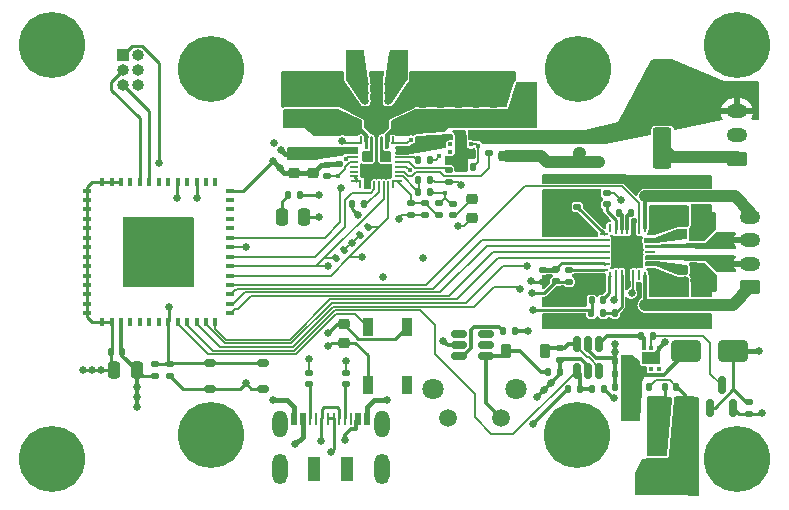
<source format=gbr>
%TF.GenerationSoftware,KiCad,Pcbnew,7.0.6*%
%TF.CreationDate,2024-03-18T22:21:06-04:00*%
%TF.ProjectId,Receiver,52656365-6976-4657-922e-6b696361645f,rev?*%
%TF.SameCoordinates,Original*%
%TF.FileFunction,Copper,L1,Top*%
%TF.FilePolarity,Positive*%
%FSLAX46Y46*%
G04 Gerber Fmt 4.6, Leading zero omitted, Abs format (unit mm)*
G04 Created by KiCad (PCBNEW 7.0.6) date 2024-03-18 22:21:06*
%MOMM*%
%LPD*%
G01*
G04 APERTURE LIST*
G04 Aperture macros list*
%AMRoundRect*
0 Rectangle with rounded corners*
0 $1 Rounding radius*
0 $2 $3 $4 $5 $6 $7 $8 $9 X,Y pos of 4 corners*
0 Add a 4 corners polygon primitive as box body*
4,1,4,$2,$3,$4,$5,$6,$7,$8,$9,$2,$3,0*
0 Add four circle primitives for the rounded corners*
1,1,$1+$1,$2,$3*
1,1,$1+$1,$4,$5*
1,1,$1+$1,$6,$7*
1,1,$1+$1,$8,$9*
0 Add four rect primitives between the rounded corners*
20,1,$1+$1,$2,$3,$4,$5,0*
20,1,$1+$1,$4,$5,$6,$7,0*
20,1,$1+$1,$6,$7,$8,$9,0*
20,1,$1+$1,$8,$9,$2,$3,0*%
%AMFreePoly0*
4,1,14,0.230680,0.111820,0.364320,-0.021821,0.377500,-0.053642,0.377500,-0.080000,0.364320,-0.111820,0.332500,-0.125000,-0.332500,-0.125000,-0.364320,-0.111820,-0.377500,-0.080000,-0.377500,0.080000,-0.364320,0.111820,-0.332500,0.125000,0.198860,0.125000,0.230680,0.111820,0.230680,0.111820,$1*%
%AMFreePoly1*
4,1,14,0.364320,0.111820,0.377500,0.080000,0.377501,0.053640,0.364318,0.021819,0.230680,-0.111820,0.198860,-0.125000,-0.332500,-0.125000,-0.364320,-0.111820,-0.377500,-0.080000,-0.377500,0.080000,-0.364320,0.111820,-0.332500,0.125000,0.332500,0.125000,0.364320,0.111820,0.364320,0.111820,$1*%
%AMFreePoly2*
4,1,15,0.053642,0.377500,0.080000,0.377500,0.111820,0.364320,0.125000,0.332500,0.125000,-0.332500,0.111820,-0.364320,0.080000,-0.377500,-0.080000,-0.377500,-0.111820,-0.364320,-0.125000,-0.332500,-0.125000,0.198860,-0.111820,0.230680,0.021820,0.364320,0.053640,0.377501,0.053642,0.377500,0.053642,0.377500,$1*%
%AMFreePoly3*
4,1,14,-0.021820,0.364320,0.111820,0.230679,0.125001,0.198860,0.125000,-0.332500,0.111820,-0.364320,0.080000,-0.377500,-0.080000,-0.377500,-0.111820,-0.364320,-0.125000,-0.332500,-0.125000,0.332500,-0.111820,0.364320,-0.080000,0.377500,-0.053640,0.377500,-0.021820,0.364320,-0.021820,0.364320,$1*%
%AMFreePoly4*
4,1,14,0.364320,0.111820,0.377500,0.080000,0.377500,-0.080000,0.364320,-0.111820,0.332500,-0.125000,-0.198860,-0.125001,-0.230680,-0.111818,-0.364320,0.021820,-0.377500,0.053640,-0.377500,0.080000,-0.364320,0.111820,-0.332500,0.125000,0.332500,0.125000,0.364320,0.111820,0.364320,0.111820,$1*%
%AMFreePoly5*
4,1,15,-0.198858,0.125000,0.332500,0.125000,0.364320,0.111820,0.377500,0.080000,0.377500,-0.080000,0.364320,-0.111820,0.332500,-0.125000,-0.332500,-0.125000,-0.364320,-0.111820,-0.377500,-0.080000,-0.377500,-0.053640,-0.364320,-0.021820,-0.230680,0.111820,-0.198860,0.125001,-0.198858,0.125000,-0.198858,0.125000,$1*%
%AMFreePoly6*
4,1,14,0.111820,0.364320,0.125000,0.332500,0.125001,-0.198860,0.111818,-0.230680,-0.021820,-0.364320,-0.053640,-0.377500,-0.080000,-0.377500,-0.111820,-0.364320,-0.125000,-0.332500,-0.125000,0.332500,-0.111820,0.364320,-0.080000,0.377500,0.080000,0.377500,0.111820,0.364320,0.111820,0.364320,$1*%
%AMFreePoly7*
4,1,14,0.111820,0.364320,0.125000,0.332500,0.125000,-0.332500,0.111820,-0.364320,0.080000,-0.377500,0.053640,-0.377501,0.021819,-0.364318,-0.111820,-0.230680,-0.125000,-0.198860,-0.125000,0.332500,-0.111820,0.364320,-0.080000,0.377500,0.080000,0.377500,0.111820,0.364320,0.111820,0.364320,$1*%
G04 Aperture macros list end*
%TA.AperFunction,SMDPad,CuDef*%
%ADD10RoundRect,0.050000X-0.425000X-0.050000X0.425000X-0.050000X0.425000X0.050000X-0.425000X0.050000X0*%
%TD*%
%TA.AperFunction,SMDPad,CuDef*%
%ADD11RoundRect,0.050000X-0.050000X-0.300000X0.050000X-0.300000X0.050000X0.300000X-0.050000X0.300000X0*%
%TD*%
%TA.AperFunction,SMDPad,CuDef*%
%ADD12RoundRect,0.050000X-0.250000X-0.050000X0.250000X-0.050000X0.250000X0.050000X-0.250000X0.050000X0*%
%TD*%
%TA.AperFunction,SMDPad,CuDef*%
%ADD13RoundRect,0.050000X-0.400000X-0.050000X0.400000X-0.050000X0.400000X0.050000X-0.400000X0.050000X0*%
%TD*%
%TA.AperFunction,SMDPad,CuDef*%
%ADD14RoundRect,0.050000X-0.050000X-0.250000X0.050000X-0.250000X0.050000X0.250000X-0.050000X0.250000X0*%
%TD*%
%TA.AperFunction,SMDPad,CuDef*%
%ADD15RoundRect,0.050000X0.050000X-0.300000X0.050000X0.300000X-0.050000X0.300000X-0.050000X-0.300000X0*%
%TD*%
%TA.AperFunction,SMDPad,CuDef*%
%ADD16RoundRect,0.050000X-0.300000X-0.050000X0.300000X-0.050000X0.300000X0.050000X-0.300000X0.050000X0*%
%TD*%
%TA.AperFunction,SMDPad,CuDef*%
%ADD17RoundRect,0.050000X-0.275000X-0.050000X0.275000X-0.050000X0.275000X0.050000X-0.275000X0.050000X0*%
%TD*%
%TA.AperFunction,SMDPad,CuDef*%
%ADD18RoundRect,0.050000X-0.290000X-0.050000X0.290000X-0.050000X0.290000X0.050000X-0.290000X0.050000X0*%
%TD*%
%TA.AperFunction,SMDPad,CuDef*%
%ADD19RoundRect,0.050000X-0.050000X-0.450000X0.050000X-0.450000X0.050000X0.450000X-0.050000X0.450000X0*%
%TD*%
%TA.AperFunction,SMDPad,CuDef*%
%ADD20RoundRect,0.135000X0.135000X0.185000X-0.135000X0.185000X-0.135000X-0.185000X0.135000X-0.185000X0*%
%TD*%
%TA.AperFunction,SMDPad,CuDef*%
%ADD21R,0.900000X1.500000*%
%TD*%
%TA.AperFunction,SMDPad,CuDef*%
%ADD22RoundRect,0.225000X0.250000X-0.225000X0.250000X0.225000X-0.250000X0.225000X-0.250000X-0.225000X0*%
%TD*%
%TA.AperFunction,SMDPad,CuDef*%
%ADD23RoundRect,0.225000X-0.225000X-0.375000X0.225000X-0.375000X0.225000X0.375000X-0.225000X0.375000X0*%
%TD*%
%TA.AperFunction,SMDPad,CuDef*%
%ADD24RoundRect,0.250000X-1.000000X-0.650000X1.000000X-0.650000X1.000000X0.650000X-1.000000X0.650000X0*%
%TD*%
%TA.AperFunction,SMDPad,CuDef*%
%ADD25RoundRect,0.135000X-0.135000X-0.185000X0.135000X-0.185000X0.135000X0.185000X-0.135000X0.185000X0*%
%TD*%
%TA.AperFunction,SMDPad,CuDef*%
%ADD26RoundRect,0.140000X0.170000X-0.140000X0.170000X0.140000X-0.170000X0.140000X-0.170000X-0.140000X0*%
%TD*%
%TA.AperFunction,SMDPad,CuDef*%
%ADD27RoundRect,0.140000X0.140000X0.170000X-0.140000X0.170000X-0.140000X-0.170000X0.140000X-0.170000X0*%
%TD*%
%TA.AperFunction,SMDPad,CuDef*%
%ADD28RoundRect,0.250000X-0.550000X1.500000X-0.550000X-1.500000X0.550000X-1.500000X0.550000X1.500000X0*%
%TD*%
%TA.AperFunction,SMDPad,CuDef*%
%ADD29RoundRect,0.135000X-0.185000X0.135000X-0.185000X-0.135000X0.185000X-0.135000X0.185000X0.135000X0*%
%TD*%
%TA.AperFunction,SMDPad,CuDef*%
%ADD30R,1.500000X2.500000*%
%TD*%
%TA.AperFunction,SMDPad,CuDef*%
%ADD31RoundRect,0.093750X0.106250X-0.093750X0.106250X0.093750X-0.106250X0.093750X-0.106250X-0.093750X0*%
%TD*%
%TA.AperFunction,SMDPad,CuDef*%
%ADD32R,1.600000X1.000000*%
%TD*%
%TA.AperFunction,SMDPad,CuDef*%
%ADD33RoundRect,0.140000X-0.140000X-0.170000X0.140000X-0.170000X0.140000X0.170000X-0.140000X0.170000X0*%
%TD*%
%TA.AperFunction,SMDPad,CuDef*%
%ADD34RoundRect,0.150000X0.150000X-0.512500X0.150000X0.512500X-0.150000X0.512500X-0.150000X-0.512500X0*%
%TD*%
%TA.AperFunction,ComponentPad*%
%ADD35C,3.600000*%
%TD*%
%TA.AperFunction,ConnectorPad*%
%ADD36C,5.600000*%
%TD*%
%TA.AperFunction,SMDPad,CuDef*%
%ADD37RoundRect,0.093750X-0.093750X-0.106250X0.093750X-0.106250X0.093750X0.106250X-0.093750X0.106250X0*%
%TD*%
%TA.AperFunction,SMDPad,CuDef*%
%ADD38R,1.000000X1.600000*%
%TD*%
%TA.AperFunction,SMDPad,CuDef*%
%ADD39RoundRect,0.225000X-0.250000X0.225000X-0.250000X-0.225000X0.250000X-0.225000X0.250000X0.225000X0*%
%TD*%
%TA.AperFunction,SMDPad,CuDef*%
%ADD40RoundRect,0.140000X-0.170000X0.140000X-0.170000X-0.140000X0.170000X-0.140000X0.170000X0.140000X0*%
%TD*%
%TA.AperFunction,SMDPad,CuDef*%
%ADD41R,0.400000X0.800000*%
%TD*%
%TA.AperFunction,SMDPad,CuDef*%
%ADD42R,0.800000X0.400000*%
%TD*%
%TA.AperFunction,SMDPad,CuDef*%
%ADD43R,4.000000X4.000000*%
%TD*%
%TA.AperFunction,SMDPad,CuDef*%
%ADD44RoundRect,0.218750X0.256250X-0.218750X0.256250X0.218750X-0.256250X0.218750X-0.256250X-0.218750X0*%
%TD*%
%TA.AperFunction,SMDPad,CuDef*%
%ADD45RoundRect,0.140000X0.021213X-0.219203X0.219203X-0.021213X-0.021213X0.219203X-0.219203X0.021213X0*%
%TD*%
%TA.AperFunction,SMDPad,CuDef*%
%ADD46RoundRect,0.135000X0.185000X-0.135000X0.185000X0.135000X-0.185000X0.135000X-0.185000X-0.135000X0*%
%TD*%
%TA.AperFunction,SMDPad,CuDef*%
%ADD47RoundRect,0.140000X-0.021213X0.219203X-0.219203X0.021213X0.021213X-0.219203X0.219203X-0.021213X0*%
%TD*%
%TA.AperFunction,SMDPad,CuDef*%
%ADD48RoundRect,0.250000X0.250000X0.475000X-0.250000X0.475000X-0.250000X-0.475000X0.250000X-0.475000X0*%
%TD*%
%TA.AperFunction,SMDPad,CuDef*%
%ADD49RoundRect,0.150000X0.150000X-0.587500X0.150000X0.587500X-0.150000X0.587500X-0.150000X-0.587500X0*%
%TD*%
%TA.AperFunction,ComponentPad*%
%ADD50C,1.498600*%
%TD*%
%TA.AperFunction,ComponentPad*%
%ADD51C,1.803400*%
%TD*%
%TA.AperFunction,SMDPad,CuDef*%
%ADD52RoundRect,0.125000X-0.125000X0.125000X-0.125000X-0.125000X0.125000X-0.125000X0.125000X0.125000X0*%
%TD*%
%TA.AperFunction,SMDPad,CuDef*%
%ADD53R,1.500000X2.000000*%
%TD*%
%TA.AperFunction,SMDPad,CuDef*%
%ADD54R,3.800000X2.000000*%
%TD*%
%TA.AperFunction,ComponentPad*%
%ADD55R,1.000000X1.000000*%
%TD*%
%TA.AperFunction,ComponentPad*%
%ADD56O,1.000000X1.000000*%
%TD*%
%TA.AperFunction,ComponentPad*%
%ADD57RoundRect,0.250000X0.625000X-0.350000X0.625000X0.350000X-0.625000X0.350000X-0.625000X-0.350000X0*%
%TD*%
%TA.AperFunction,ComponentPad*%
%ADD58O,1.750000X1.200000*%
%TD*%
%TA.AperFunction,SMDPad,CuDef*%
%ADD59R,1.000000X2.000000*%
%TD*%
%TA.AperFunction,SMDPad,CuDef*%
%ADD60R,0.520000X1.000000*%
%TD*%
%TA.AperFunction,SMDPad,CuDef*%
%ADD61R,0.270000X1.000000*%
%TD*%
%TA.AperFunction,ComponentPad*%
%ADD62O,1.300000X2.300000*%
%TD*%
%TA.AperFunction,ComponentPad*%
%ADD63O,1.300000X2.600000*%
%TD*%
%TA.AperFunction,SMDPad,CuDef*%
%ADD64FreePoly0,270.000000*%
%TD*%
%TA.AperFunction,SMDPad,CuDef*%
%ADD65RoundRect,0.062500X-0.062500X0.375000X-0.062500X-0.375000X0.062500X-0.375000X0.062500X0.375000X0*%
%TD*%
%TA.AperFunction,SMDPad,CuDef*%
%ADD66FreePoly1,270.000000*%
%TD*%
%TA.AperFunction,SMDPad,CuDef*%
%ADD67FreePoly2,270.000000*%
%TD*%
%TA.AperFunction,SMDPad,CuDef*%
%ADD68RoundRect,0.062500X-0.375000X0.062500X-0.375000X-0.062500X0.375000X-0.062500X0.375000X0.062500X0*%
%TD*%
%TA.AperFunction,SMDPad,CuDef*%
%ADD69FreePoly3,270.000000*%
%TD*%
%TA.AperFunction,SMDPad,CuDef*%
%ADD70FreePoly4,270.000000*%
%TD*%
%TA.AperFunction,SMDPad,CuDef*%
%ADD71FreePoly5,270.000000*%
%TD*%
%TA.AperFunction,SMDPad,CuDef*%
%ADD72FreePoly6,270.000000*%
%TD*%
%TA.AperFunction,SMDPad,CuDef*%
%ADD73FreePoly7,270.000000*%
%TD*%
%TA.AperFunction,SMDPad,CuDef*%
%ADD74RoundRect,0.175000X0.325000X0.175000X-0.325000X0.175000X-0.325000X-0.175000X0.325000X-0.175000X0*%
%TD*%
%TA.AperFunction,SMDPad,CuDef*%
%ADD75RoundRect,0.150000X0.512500X0.150000X-0.512500X0.150000X-0.512500X-0.150000X0.512500X-0.150000X0*%
%TD*%
%TA.AperFunction,ViaPad*%
%ADD76C,0.650000*%
%TD*%
%TA.AperFunction,ViaPad*%
%ADD77C,0.450000*%
%TD*%
%TA.AperFunction,Conductor*%
%ADD78C,0.300000*%
%TD*%
%TA.AperFunction,Conductor*%
%ADD79C,0.254000*%
%TD*%
%TA.AperFunction,Conductor*%
%ADD80C,0.154000*%
%TD*%
%TA.AperFunction,Conductor*%
%ADD81C,0.203200*%
%TD*%
%TA.AperFunction,Conductor*%
%ADD82C,0.450000*%
%TD*%
%TA.AperFunction,Conductor*%
%ADD83C,1.000000*%
%TD*%
G04 APERTURE END LIST*
D10*
%TO.P,BQ25792RQMR1,1,STAT*%
%TO.N,/STAT*%
X146775000Y-90800000D03*
D11*
X147150000Y-90550000D03*
D12*
%TO.P,BQ25792RQMR1,2,VBUS*%
%TO.N,/VUSB*%
X146600000Y-91200000D03*
%TO.P,BQ25792RQMR1,3,VBUS*%
X146600000Y-91600000D03*
%TO.P,BQ25792RQMR1,4,BTST1*%
%TO.N,/BTST1*%
X146600000Y-92000000D03*
%TO.P,BQ25792RQMR1,5,REGN*%
%TO.N,/REGN*%
X146600000Y-92400000D03*
%TO.P,BQ25792RQMR1,6,D+*%
%TO.N,unconnected-(BQ25792RQMR1-D+-Pad6)*%
X146600000Y-92800000D03*
%TO.P,BQ25792RQMR1,7,D-*%
%TO.N,unconnected-(BQ25792RQMR1-D--Pad7)*%
X146600000Y-93200000D03*
%TO.P,BQ25792RQMR1,8,VAC2*%
%TO.N,/VAC*%
X146600000Y-93600000D03*
D13*
%TO.P,BQ25792RQMR1,9,VAC1*%
X146750000Y-94000000D03*
D11*
X147100000Y-94250000D03*
D14*
%TO.P,BQ25792RQMR1,10,ACDRV2*%
%TO.N,GND*%
X147500000Y-94300000D03*
%TO.P,BQ25792RQMR1,11,ACDRV1*%
X147900000Y-94300000D03*
%TO.P,BQ25792RQMR1,12,nQON*%
%TO.N,/QON*%
X148300000Y-94300000D03*
%TO.P,BQ25792RQMR1,13,CE*%
%TO.N,/CE*%
X148700000Y-94300000D03*
%TO.P,BQ25792RQMR1,14,SCL*%
%TO.N,/SCL*%
X149100000Y-94300000D03*
%TO.P,BQ25792RQMR1,15,SDA*%
%TO.N,/SDA*%
X149500000Y-94300000D03*
D15*
%TO.P,BQ25792RQMR1,16,TS*%
%TO.N,/TS*%
X149900000Y-94250000D03*
D13*
X150250000Y-94000000D03*
D16*
%TO.P,BQ25792RQMR1,17,ILIM_HIZ*%
%TO.N,/ILIM_HIZ*%
X150350000Y-93600000D03*
D17*
%TO.P,BQ25792RQMR1,18,BATP*%
%TO.N,/BATP*%
X150375000Y-93200000D03*
D18*
%TO.P,BQ25792RQMR1,19,BTST2*%
%TO.N,/BTST2*%
X150362500Y-92800000D03*
D12*
%TO.P,BQ25792RQMR1,20,PROG*%
%TO.N,/PROG*%
X150400000Y-92400000D03*
%TO.P,BQ25792RQMR1,21,INT*%
%TO.N,/INT*%
X150400000Y-92000000D03*
%TO.P,BQ25792RQMR1,22,BAT*%
%TO.N,/VBAT*%
X150400000Y-91600000D03*
%TO.P,BQ25792RQMR1,23,BAT*%
X150400000Y-91200000D03*
D11*
%TO.P,BQ25792RQMR1,24,SDRV*%
%TO.N,/SDRV*%
X149850000Y-90550000D03*
D10*
X150225000Y-90800000D03*
D19*
%TO.P,BQ25792RQMR1,25,SYS*%
%TO.N,/VSYS*%
X149300000Y-90800000D03*
%TO.P,BQ25792RQMR1,26,SW2*%
%TO.N,/SW2*%
X148900000Y-90800000D03*
%TO.P,BQ25792RQMR1,27,GND*%
%TO.N,GND*%
X148500000Y-90800000D03*
%TO.P,BQ25792RQMR1,28,SW1*%
%TO.N,/SW1*%
X148100000Y-90800000D03*
%TO.P,BQ25792RQMR1,29,PMID*%
%TO.N,/PMID*%
X147700000Y-90800000D03*
%TD*%
D20*
%TO.P,R7,1*%
%TO.N,/SHUTDOWN*%
X165710000Y-111600000D03*
%TO.P,R7,2*%
%TO.N,GND*%
X164690000Y-111600000D03*
%TD*%
D21*
%TO.P,D4,4,DIN*%
%TO.N,/ADDRS_LED*%
X147750000Y-106350000D03*
%TO.P,D4,3,VSS*%
%TO.N,GND*%
X151050000Y-106350000D03*
%TO.P,D4,2,DOUT*%
%TO.N,unconnected-(D4-DOUT-Pad2)*%
X151050000Y-111250000D03*
%TO.P,D4,1,VDD*%
%TO.N,+3.3V*%
X147750000Y-111250000D03*
%TD*%
D22*
%TO.P,C14,1*%
%TO.N,/VSYS*%
X156900000Y-88875000D03*
%TO.P,C14,2*%
%TO.N,GND*%
X156900000Y-87325000D03*
%TD*%
D23*
%TO.P,D3,1,K*%
%TO.N,Net-(D3-K)*%
X159450000Y-108400000D03*
%TO.P,D3,2,A*%
%TO.N,/CNTRL*%
X162750000Y-108400000D03*
%TD*%
D24*
%TO.P,D5,1,K*%
%TO.N,/VIN*%
X174700000Y-108400000D03*
%TO.P,D5,2,A*%
%TO.N,/VUSB*%
X178700000Y-108400000D03*
%TD*%
D22*
%TO.P,C11,1*%
%TO.N,/PMID*%
X144800000Y-88850000D03*
%TO.P,C11,2*%
%TO.N,GND*%
X144800000Y-87300000D03*
%TD*%
D25*
%TO.P,R28,1*%
%TO.N,Net-(A1-SENSE2)*%
X174371617Y-98450000D03*
%TO.P,R28,2*%
%TO.N,GND*%
X175391617Y-98450000D03*
%TD*%
%TO.P,R5,1*%
%TO.N,GND*%
X146390000Y-95900000D03*
%TO.P,R5,2*%
%TO.N,/CE*%
X147410000Y-95900000D03*
%TD*%
D26*
%TO.P,R2,1*%
%TO.N,Net-(J1-CC1)*%
X142800000Y-111180000D03*
%TO.P,R2,2*%
%TO.N,GND*%
X142800000Y-110220000D03*
%TD*%
D27*
%TO.P,R21,1*%
%TO.N,Net-(Q1-D)*%
X171880000Y-107100000D03*
%TO.P,R21,2*%
%TO.N,Net-(U1-D2)*%
X170920000Y-107100000D03*
%TD*%
%TO.P,C36,1*%
%TO.N,Net-(A1-CP1)*%
X170011617Y-96700000D03*
%TO.P,C36,2*%
%TO.N,Net-(A1-CP2)*%
X169051617Y-96700000D03*
%TD*%
D28*
%TO.P,C30,1*%
%TO.N,/BAT+*%
X172700000Y-85600000D03*
%TO.P,C30,2*%
%TO.N,GND*%
X172700000Y-91200000D03*
%TD*%
D29*
%TO.P,R20,1*%
%TO.N,/TS*%
X152600000Y-95890000D03*
%TO.P,R20,2*%
%TO.N,GND*%
X152600000Y-96910000D03*
%TD*%
D30*
%TO.P,L1,1*%
%TO.N,/SW2*%
X150350000Y-84200000D03*
%TO.P,L1,2*%
%TO.N,/SW1*%
X146650000Y-84200000D03*
%TD*%
D31*
%TO.P,U4,1,VOUT*%
%TO.N,/VIN*%
X171100000Y-109875000D03*
%TO.P,U4,2,QOD*%
%TO.N,unconnected-(U4-QOD-Pad2)*%
X171750000Y-109875000D03*
%TO.P,U4,3,CT*%
%TO.N,unconnected-(U4-CT-Pad3)*%
X172400000Y-109875000D03*
%TO.P,U4,4,GND*%
%TO.N,GND*%
X172400000Y-108100000D03*
%TO.P,U4,5,EN/UVLO*%
%TO.N,Net-(Q1-D)*%
X171750000Y-108100000D03*
%TO.P,U4,6,VIN*%
%TO.N,Net-(U1-D2)*%
X171100000Y-108100000D03*
D32*
%TO.P,U4,7,GND*%
%TO.N,GND*%
X171750000Y-108987500D03*
%TD*%
D20*
%TO.P,R4,1*%
%TO.N,+3.3V*%
X142030000Y-95210000D03*
%TO.P,R4,2*%
%TO.N,Net-(D2-A)*%
X141010000Y-95210000D03*
%TD*%
D33*
%TO.P,C25,1*%
%TO.N,/VIN*%
X170620000Y-111400000D03*
%TO.P,C25,2*%
%TO.N,GND*%
X171580000Y-111400000D03*
%TD*%
D34*
%TO.P,U1,1,G1*%
%TO.N,/SHUTDOWN*%
X165450000Y-110037500D03*
%TO.P,U1,2,S2*%
%TO.N,/VSYS*%
X166400000Y-110037500D03*
%TO.P,U1,3,G2*%
%TO.N,/CNTRL*%
X167350000Y-110037500D03*
%TO.P,U1,4,D2*%
%TO.N,Net-(U1-D2)*%
X167350000Y-107762500D03*
%TO.P,U1,5,S1*%
%TO.N,GND*%
X166400000Y-107762500D03*
%TO.P,U1,6,D1*%
%TO.N,/CNTRL*%
X165450000Y-107762500D03*
%TD*%
D35*
%TO.P,H1,1*%
%TO.N,N/C*%
X165500000Y-115500000D03*
D36*
X165500000Y-115500000D03*
%TD*%
D37*
%TO.P,U5,1,VOUT*%
%TO.N,/VBAT*%
X154712500Y-90250000D03*
%TO.P,U5,2,QOD*%
%TO.N,unconnected-(U5-QOD-Pad2)*%
X154712500Y-90900000D03*
%TO.P,U5,3,CT*%
%TO.N,unconnected-(U5-CT-Pad3)*%
X154712500Y-91550000D03*
%TO.P,U5,4,GND*%
%TO.N,GND*%
X156487500Y-91550000D03*
%TO.P,U5,5,EN/UVLO*%
%TO.N,/SDRV*%
X156487500Y-90900000D03*
%TO.P,U5,6,VIN*%
%TO.N,/BAT+*%
X156487500Y-90250000D03*
D38*
%TO.P,U5,7,GND*%
%TO.N,GND*%
X155600000Y-90900000D03*
%TD*%
D33*
%TO.P,C29,1*%
%TO.N,/BAT+*%
X174501617Y-96600000D03*
%TO.P,C29,2*%
%TO.N,GND*%
X175461617Y-96600000D03*
%TD*%
D39*
%TO.P,C16,1*%
%TO.N,/BAT+*%
X159300000Y-90325000D03*
%TO.P,C16,2*%
%TO.N,GND*%
X159300000Y-91875000D03*
%TD*%
%TO.P,C18,1*%
%TO.N,/BAT+*%
X160900000Y-90325000D03*
%TO.P,C18,2*%
%TO.N,GND*%
X160900000Y-91875000D03*
%TD*%
D29*
%TO.P,R17,1*%
%TO.N,/REGN*%
X153800000Y-95890000D03*
%TO.P,R17,2*%
%TO.N,/TS*%
X153800000Y-96910000D03*
%TD*%
%TO.P,R13,1*%
%TO.N,/CNTRL*%
X164000000Y-108090000D03*
%TO.P,R13,2*%
%TO.N,/VSYS*%
X164000000Y-109110000D03*
%TD*%
D40*
%TO.P,C37,1*%
%TO.N,/BAT+*%
X167981617Y-95020000D03*
%TO.P,C37,2*%
%TO.N,/VCP*%
X167981617Y-95980000D03*
%TD*%
D27*
%TO.P,C23,1*%
%TO.N,/VIN*%
X169680000Y-110300000D03*
%TO.P,C23,2*%
%TO.N,GND*%
X168720000Y-110300000D03*
%TD*%
D35*
%TO.P,H2,1*%
%TO.N,N/C*%
X165575000Y-84500000D03*
D36*
X165575000Y-84500000D03*
%TD*%
D40*
%TO.P,R1,1*%
%TO.N,/REGN*%
X155000000Y-95920000D03*
%TO.P,R1,2*%
%TO.N,Net-(D1-A)*%
X155000000Y-96880000D03*
%TD*%
D29*
%TO.P,R32,1*%
%TO.N,/ROSC*%
X162581617Y-101490000D03*
%TO.P,R32,2*%
%TO.N,GND*%
X162581617Y-102510000D03*
%TD*%
D41*
%TO.P,IC1,1,GND_1*%
%TO.N,GND*%
X125250000Y-105900000D03*
%TO.P,IC1,2,GND_2*%
X126050000Y-105900000D03*
%TO.P,IC1,3,3V3*%
%TO.N,+3.3V*%
X126850000Y-105900000D03*
%TO.P,IC1,4,I36*%
%TO.N,unconnected-(IC1-I36-Pad4)*%
X127650000Y-105900000D03*
%TO.P,IC1,5,I37*%
%TO.N,unconnected-(IC1-I37-Pad5)*%
X128450000Y-105900000D03*
%TO.P,IC1,6,I38*%
%TO.N,unconnected-(IC1-I38-Pad6)*%
X129250000Y-105900000D03*
%TO.P,IC1,7,I39*%
%TO.N,unconnected-(IC1-I39-Pad7)*%
X130050000Y-105900000D03*
%TO.P,IC1,8,EN*%
%TO.N,/ESP_EN*%
X130850000Y-105900000D03*
%TO.P,IC1,9,I34*%
%TO.N,/ADDRS_LED*%
X131650000Y-105900000D03*
%TO.P,IC1,10,I35*%
%TO.N,/SHUTDOWN*%
X132450000Y-105900000D03*
%TO.P,IC1,11,IO32*%
%TO.N,/DIR*%
X133250000Y-105900000D03*
%TO.P,IC1,12,IO33*%
%TO.N,/STEP*%
X134050000Y-105900000D03*
%TO.P,IC1,13,IO25*%
%TO.N,/MOT_nRST*%
X134850000Y-105900000D03*
D42*
%TO.P,IC1,14,IO26*%
%TO.N,/MS3*%
X136100000Y-105200000D03*
%TO.P,IC1,15,IO27*%
%TO.N,/MS2*%
X136100000Y-104400000D03*
%TO.P,IC1,16,IO14*%
%TO.N,/MS1*%
X136100000Y-103600000D03*
%TO.P,IC1,17,IO12*%
%TO.N,/MOT_nEN*%
X136100000Y-102800000D03*
%TO.P,IC1,18,IO13*%
%TO.N,/SDA*%
X136100000Y-102000000D03*
%TO.P,IC1,19,IO15*%
%TO.N,/SCL*%
X136100000Y-101200000D03*
%TO.P,IC1,20,IO2*%
%TO.N,/QON*%
X136100000Y-100400000D03*
%TO.P,IC1,21,IO0*%
%TO.N,/ESP_IO0*%
X136100000Y-99600000D03*
%TO.P,IC1,22,IO4*%
%TO.N,/BC_INT*%
X136100000Y-98800000D03*
%TO.P,IC1,23,NC*%
%TO.N,unconnected-(IC1-NC-Pad23)*%
X136100000Y-98000000D03*
%TO.P,IC1,24,NC*%
%TO.N,unconnected-(IC1-NC-Pad24)*%
X136100000Y-97200000D03*
%TO.P,IC1,25,IO9*%
%TO.N,unconnected-(IC1-IO9-Pad25)*%
X136100000Y-96400000D03*
%TO.P,IC1,26,IO10*%
%TO.N,unconnected-(IC1-IO10-Pad26)*%
X136100000Y-95600000D03*
%TO.P,IC1,27,GND*%
%TO.N,GND*%
X136100000Y-94800000D03*
D41*
%TO.P,IC1,28,NC*%
%TO.N,unconnected-(IC1-NC-Pad28)*%
X134850000Y-94100000D03*
%TO.P,IC1,29,IO5*%
%TO.N,unconnected-(IC1-IO5-Pad29)*%
X134050000Y-94100000D03*
%TO.P,IC1,30,IO18*%
%TO.N,/D-*%
X133250000Y-94100000D03*
%TO.P,IC1,31,IO23*%
%TO.N,unconnected-(IC1-IO23-Pad31)*%
X132450000Y-94100000D03*
%TO.P,IC1,32,IO19*%
%TO.N,/D+*%
X131650000Y-94100000D03*
%TO.P,IC1,33,IO22*%
%TO.N,unconnected-(IC1-IO22-Pad33)*%
X130850000Y-94100000D03*
%TO.P,IC1,34,IO21*%
%TO.N,unconnected-(IC1-IO21-Pad34)*%
X130050000Y-94100000D03*
%TO.P,IC1,35,RXD0*%
%TO.N,/ESP_RX*%
X129250000Y-94100000D03*
%TO.P,IC1,36,TXD0*%
%TO.N,/ESP_TX*%
X128450000Y-94100000D03*
%TO.P,IC1,37,NC*%
%TO.N,unconnected-(IC1-NC-Pad37)*%
X127650000Y-94100000D03*
%TO.P,IC1,38,GND*%
%TO.N,GND*%
X126850000Y-94100000D03*
%TO.P,IC1,39,GND*%
X126050000Y-94100000D03*
%TO.P,IC1,40,GND*%
X125250000Y-94100000D03*
D42*
%TO.P,IC1,41,GND*%
X124000000Y-94800000D03*
%TO.P,IC1,42,GND*%
X124000000Y-95600000D03*
%TO.P,IC1,43,GND*%
X124000000Y-96400000D03*
%TO.P,IC1,44,GND*%
X124000000Y-97200000D03*
%TO.P,IC1,45,GND*%
X124000000Y-98000000D03*
%TO.P,IC1,46,GND*%
X124000000Y-98800000D03*
%TO.P,IC1,47,GND*%
X124000000Y-99600000D03*
%TO.P,IC1,48,GND*%
X124000000Y-100400000D03*
%TO.P,IC1,49,GND*%
X124000000Y-101200000D03*
%TO.P,IC1,50,GND*%
X124000000Y-102000000D03*
%TO.P,IC1,51,GND*%
X124000000Y-102800000D03*
%TO.P,IC1,52,GND*%
X124000000Y-103600000D03*
%TO.P,IC1,53,GND*%
X124000000Y-104400000D03*
%TO.P,IC1,54,GND*%
X124000000Y-105200000D03*
D43*
%TO.P,IC1,55,GND*%
X130050000Y-100000000D03*
%TD*%
D44*
%TO.P,D1,1,K*%
%TO.N,/STAT*%
X156600000Y-97087500D03*
%TO.P,D1,2,A*%
%TO.N,Net-(D1-A)*%
X156600000Y-95512500D03*
%TD*%
D45*
%TO.P,R24,1*%
%TO.N,+3.3V*%
X147060589Y-98539411D03*
%TO.P,R24,2*%
%TO.N,/SDA*%
X147739411Y-97860589D03*
%TD*%
D39*
%TO.P,C6,1*%
%TO.N,/VUSB*%
X141500000Y-91725000D03*
%TO.P,C6,2*%
%TO.N,GND*%
X141500000Y-93275000D03*
%TD*%
D46*
%TO.P,R26,1*%
%TO.N,+3.3V*%
X129750000Y-110510000D03*
%TO.P,R26,2*%
%TO.N,/ESP_EN*%
X129750000Y-109490000D03*
%TD*%
D40*
%TO.P,C35,1*%
%TO.N,GND*%
X165481617Y-95220000D03*
%TO.P,C35,2*%
%TO.N,Net-(A1-VREG)*%
X165481617Y-96180000D03*
%TD*%
D47*
%TO.P,R25,1*%
%TO.N,+3.3V*%
X145739411Y-99860589D03*
%TO.P,R25,2*%
%TO.N,/SCL*%
X145060589Y-100539411D03*
%TD*%
D27*
%TO.P,C24,1*%
%TO.N,/VIN*%
X169680000Y-109200000D03*
%TO.P,C24,2*%
%TO.N,GND*%
X168720000Y-109200000D03*
%TD*%
D20*
%TO.P,R8,1*%
%TO.N,/BC_INT*%
X153010000Y-92200000D03*
%TO.P,R8,2*%
%TO.N,/INT*%
X151990000Y-92200000D03*
%TD*%
D48*
%TO.P,C31,1*%
%TO.N,+3.3V*%
X128200000Y-110000000D03*
%TO.P,C31,2*%
%TO.N,GND*%
X126300000Y-110000000D03*
%TD*%
D46*
%TO.P,R14,1*%
%TO.N,/BATP*%
X158000000Y-91610000D03*
%TO.P,R14,2*%
%TO.N,/BAT+*%
X158000000Y-90590000D03*
%TD*%
D35*
%TO.P,H7,1*%
%TO.N,N/C*%
X179000000Y-117500000D03*
D36*
X179000000Y-117500000D03*
%TD*%
D49*
%TO.P,Q1,1,G*%
%TO.N,/VUSB*%
X176750000Y-113175000D03*
%TO.P,Q1,2,S*%
%TO.N,GND*%
X178650000Y-113175000D03*
%TO.P,Q1,3,D*%
%TO.N,Net-(Q1-D)*%
X177700000Y-111300000D03*
%TD*%
D26*
%TO.P,C10,1*%
%TO.N,/REGN*%
X144300000Y-93580000D03*
%TO.P,C10,2*%
%TO.N,GND*%
X144300000Y-92620000D03*
%TD*%
D50*
%TO.P,SW2,1,1*%
%TO.N,GND*%
X154561749Y-114100000D03*
%TO.P,SW2,2,2*%
%TO.N,Net-(D3-K)*%
X159061750Y-114100000D03*
D51*
%TO.P,SW2,3*%
%TO.N,N/C*%
X153306749Y-111609701D03*
%TO.P,SW2,4*%
X160316750Y-111609701D03*
%TD*%
D29*
%TO.P,R19,1*%
%TO.N,/PROG*%
X154600000Y-93090000D03*
%TO.P,R19,2*%
%TO.N,GND*%
X154600000Y-94110000D03*
%TD*%
D35*
%TO.P,H6,1*%
%TO.N,N/C*%
X179000000Y-82500000D03*
D36*
X179000000Y-82500000D03*
%TD*%
D25*
%TO.P,R29,1*%
%TO.N,+3.3V*%
X166681617Y-105200000D03*
%TO.P,R29,2*%
%TO.N,/VREF*%
X167701617Y-105200000D03*
%TD*%
D39*
%TO.P,C3,1*%
%TO.N,/VUSB*%
X143100000Y-91725000D03*
%TO.P,C3,2*%
%TO.N,GND*%
X143100000Y-93275000D03*
%TD*%
D27*
%TO.P,C20,1*%
%TO.N,/SDRV*%
X156680000Y-92800000D03*
%TO.P,C20,2*%
%TO.N,GND*%
X155720000Y-92800000D03*
%TD*%
D22*
%TO.P,C19,1*%
%TO.N,/VSYS*%
X158400000Y-88875000D03*
%TO.P,C19,2*%
%TO.N,GND*%
X158400000Y-87325000D03*
%TD*%
D52*
%TO.P,D6,1,K*%
%TO.N,/BAT+*%
X162900000Y-90200000D03*
%TO.P,D6,2,A*%
%TO.N,GND*%
X162900000Y-92400000D03*
%TD*%
D53*
%TO.P,U6,1,GND*%
%TO.N,GND*%
X174600000Y-113250000D03*
%TO.P,U6,2,VO*%
%TO.N,+3.3V*%
X172300000Y-113250000D03*
%TO.P,U6,3,VI*%
%TO.N,/VIN*%
X170000000Y-113250000D03*
D54*
%TO.P,U6,4,GND*%
%TO.N,GND*%
X172300000Y-119550000D03*
%TD*%
D55*
%TO.P,J5,1,Pin_1*%
%TO.N,/ESP_EN*%
X127030000Y-83330000D03*
D56*
%TO.P,J5,2,Pin_2*%
%TO.N,+3.3V*%
X128300000Y-83330000D03*
%TO.P,J5,3,Pin_3*%
%TO.N,/ESP_TX*%
X127030000Y-84600000D03*
%TO.P,J5,4,Pin_4*%
%TO.N,GND*%
X128300000Y-84600000D03*
%TO.P,J5,5,Pin_5*%
%TO.N,/ESP_RX*%
X127030000Y-85870000D03*
%TO.P,J5,6,Pin_6*%
%TO.N,/ESP_IO0*%
X128300000Y-85870000D03*
%TD*%
D27*
%TO.P,C32,1*%
%TO.N,+3.3V*%
X126980000Y-108500000D03*
%TO.P,C32,2*%
%TO.N,GND*%
X126020000Y-108500000D03*
%TD*%
D35*
%TO.P,H4,1*%
%TO.N,N/C*%
X134500000Y-84500000D03*
D36*
X134500000Y-84500000D03*
%TD*%
D22*
%TO.P,C13,1*%
%TO.N,/PMID*%
X141600000Y-88850000D03*
%TO.P,C13,2*%
%TO.N,GND*%
X141600000Y-87300000D03*
%TD*%
D20*
%TO.P,R6,1*%
%TO.N,+3.3V*%
X167710000Y-111600000D03*
%TO.P,R6,2*%
%TO.N,/SHUTDOWN*%
X166690000Y-111600000D03*
%TD*%
D22*
%TO.P,C15,1*%
%TO.N,/VSYS*%
X153900000Y-88875000D03*
%TO.P,C15,2*%
%TO.N,GND*%
X153900000Y-87325000D03*
%TD*%
D33*
%TO.P,C28,1*%
%TO.N,/BAT+*%
X174551617Y-103400000D03*
%TO.P,C28,2*%
%TO.N,GND*%
X175511617Y-103400000D03*
%TD*%
D35*
%TO.P,H5,1*%
%TO.N,N/C*%
X121000000Y-82500000D03*
D36*
X121000000Y-82500000D03*
%TD*%
D35*
%TO.P,H3,1*%
%TO.N,N/C*%
X134500000Y-115500000D03*
D36*
X134500000Y-115500000D03*
%TD*%
D57*
%TO.P,J4,1,Pin_1*%
%TO.N,GND*%
X179000000Y-92100000D03*
D58*
%TO.P,J4,2,Pin_2*%
%TO.N,unconnected-(J4-Pin_2-Pad2)*%
X179000000Y-90100000D03*
%TO.P,J4,3,Pin_3*%
%TO.N,/BAT+*%
X179000000Y-88100000D03*
%TD*%
D25*
%TO.P,R27,1*%
%TO.N,Net-(A1-SENSE1)*%
X174421617Y-101550000D03*
%TO.P,R27,2*%
%TO.N,GND*%
X175441617Y-101550000D03*
%TD*%
D27*
%TO.P,C22,1*%
%TO.N,/VIN*%
X169680000Y-111400000D03*
%TO.P,C22,2*%
%TO.N,GND*%
X168720000Y-111400000D03*
%TD*%
D59*
%TO.P,J1,*%
%TO.N,*%
X143200000Y-118350000D03*
X146000000Y-118350000D03*
D60*
%TO.P,J1,A1,GND*%
%TO.N,GND*%
X141500000Y-114150000D03*
%TO.P,J1,A4,VBUS*%
%TO.N,/VUSB*%
X142250000Y-114150000D03*
D61*
%TO.P,J1,A5,CC1*%
%TO.N,Net-(J1-CC1)*%
X142850000Y-114150000D03*
%TO.P,J1,A6,D+*%
%TO.N,/D+*%
X144350000Y-114150000D03*
%TO.P,J1,A7,D-*%
%TO.N,/D-*%
X145350000Y-114150000D03*
%TO.P,J1,A8,SBU1*%
%TO.N,unconnected-(J1-SBU1-PadA8)*%
X146350000Y-114150000D03*
D60*
%TO.P,J1,A9,VBUS*%
%TO.N,/VUSB*%
X146950000Y-114150000D03*
%TO.P,J1,A12,GND*%
%TO.N,GND*%
X147700000Y-114150000D03*
%TO.P,J1,B1,GND*%
X147700000Y-114150000D03*
%TO.P,J1,B4,VBUS*%
%TO.N,/VUSB*%
X146950000Y-114150000D03*
D61*
%TO.P,J1,B5,CC2*%
%TO.N,Net-(J1-CC2)*%
X145850000Y-114150000D03*
%TO.P,J1,B6,D+*%
%TO.N,/D+*%
X144850000Y-114150000D03*
%TO.P,J1,B7,D-*%
%TO.N,/D-*%
X143850000Y-114150000D03*
%TO.P,J1,B8,SBU2*%
%TO.N,unconnected-(J1-SBU2-PadB8)*%
X143350000Y-114150000D03*
D60*
%TO.P,J1,B9,VBUS*%
%TO.N,/VUSB*%
X142250000Y-114150000D03*
%TO.P,J1,B12,GND*%
%TO.N,GND*%
X141500000Y-114150000D03*
D62*
%TO.P,J1,S1*%
%TO.N,N/C*%
X140280000Y-114525000D03*
D63*
X140280000Y-118350000D03*
D62*
X148920000Y-114525000D03*
D63*
X148920000Y-118350000D03*
%TD*%
D40*
%TO.P,C34,1*%
%TO.N,/ESP_EN*%
X131000000Y-109520000D03*
%TO.P,C34,2*%
%TO.N,GND*%
X131000000Y-110480000D03*
%TD*%
D33*
%TO.P,C27,1*%
%TO.N,+3.3V*%
X172920000Y-111400000D03*
%TO.P,C27,2*%
%TO.N,GND*%
X173880000Y-111400000D03*
%TD*%
D35*
%TO.P,H8,1*%
%TO.N,N/C*%
X121000000Y-117500000D03*
D36*
X121000000Y-117500000D03*
%TD*%
D33*
%TO.P,C8,1*%
%TO.N,/PMID*%
X146920000Y-89200000D03*
%TO.P,C8,2*%
%TO.N,GND*%
X147880000Y-89200000D03*
%TD*%
D64*
%TO.P,A1,1,OUT2B*%
%TO.N,/OUT2B*%
X171231617Y-98002500D03*
D65*
%TO.P,A1,2,nEN*%
%TO.N,/MOT_nEN*%
X170731617Y-98062500D03*
%TO.P,A1,3,GND*%
%TO.N,GND*%
X170231617Y-98062500D03*
%TO.P,A1,4,CP1*%
%TO.N,Net-(A1-CP1)*%
X169731617Y-98062500D03*
%TO.P,A1,5,CP2*%
%TO.N,Net-(A1-CP2)*%
X169231617Y-98062500D03*
%TO.P,A1,6,VCP*%
%TO.N,/VCP*%
X168731617Y-98062500D03*
D66*
%TO.P,A1,7,NC*%
%TO.N,unconnected-(A1-NC-Pad7)*%
X168231617Y-98002500D03*
D67*
%TO.P,A1,8,VREG*%
%TO.N,Net-(A1-VREG)*%
X167734117Y-98500000D03*
D68*
%TO.P,A1,9,MS1*%
%TO.N,/MS1*%
X167794117Y-99000000D03*
%TO.P,A1,10,MS2*%
%TO.N,/MS2*%
X167794117Y-99500000D03*
%TO.P,A1,11,MS3*%
%TO.N,/MS3*%
X167794117Y-100000000D03*
%TO.P,A1,12,nRESET*%
%TO.N,/MOT_nRST*%
X167794117Y-100500000D03*
%TO.P,A1,13,ROSC*%
%TO.N,/ROSC*%
X167794117Y-101000000D03*
D69*
%TO.P,A1,14,nSLEEP*%
%TO.N,Net-(A1-nSLEEP)*%
X167734117Y-101500000D03*
D70*
%TO.P,A1,15,VDD*%
%TO.N,Net-(A1-VDD)*%
X168231617Y-101997500D03*
D65*
%TO.P,A1,16,STEP*%
%TO.N,/STEP*%
X168731617Y-101937500D03*
%TO.P,A1,17,REF*%
%TO.N,/VREF*%
X169231617Y-101937500D03*
%TO.P,A1,18,GND*%
%TO.N,GND*%
X169731617Y-101937500D03*
%TO.P,A1,19,DIR*%
%TO.N,/DIR*%
X170231617Y-101937500D03*
%TO.P,A1,20,NC*%
%TO.N,unconnected-(A1-NC-Pad20)*%
X170731617Y-101937500D03*
D71*
%TO.P,A1,21,OUT1B*%
%TO.N,/OUT1B*%
X171231617Y-101997500D03*
D72*
%TO.P,A1,22,VBB1*%
%TO.N,/BAT+*%
X171729117Y-101500000D03*
D68*
%TO.P,A1,23,SENSE1*%
%TO.N,Net-(A1-SENSE1)*%
X171669117Y-101000000D03*
%TO.P,A1,24,OUT1A*%
%TO.N,/OUT1A*%
X171669117Y-100500000D03*
%TO.P,A1,25,NC*%
%TO.N,unconnected-(A1-NC-Pad25)*%
X171669117Y-100000000D03*
%TO.P,A1,26,OUT2A*%
%TO.N,/OUT2A*%
X171669117Y-99500000D03*
%TO.P,A1,27,SENSE2*%
%TO.N,Net-(A1-SENSE2)*%
X171669117Y-99000000D03*
D73*
%TO.P,A1,28,VBB2*%
%TO.N,/BAT+*%
X171729117Y-98500000D03*
%TD*%
D33*
%TO.P,C33,1*%
%TO.N,+3.3V*%
X166701617Y-104100000D03*
%TO.P,C33,2*%
%TO.N,Net-(A1-VDD)*%
X167661617Y-104100000D03*
%TD*%
D20*
%TO.P,R10,1*%
%TO.N,/VSYS*%
X164010000Y-110200000D03*
%TO.P,R10,2*%
%TO.N,Net-(D3-K)*%
X162990000Y-110200000D03*
%TD*%
D25*
%TO.P,R30,1*%
%TO.N,/VREF*%
X168671617Y-105200000D03*
%TO.P,R30,2*%
%TO.N,GND*%
X169691617Y-105200000D03*
%TD*%
D22*
%TO.P,C9,1*%
%TO.N,/PMID*%
X143200000Y-88850000D03*
%TO.P,C9,2*%
%TO.N,GND*%
X143200000Y-87300000D03*
%TD*%
D29*
%TO.P,R18,1*%
%TO.N,/TS*%
X151400000Y-95890000D03*
%TO.P,R18,2*%
%TO.N,GND*%
X151400000Y-96910000D03*
%TD*%
D40*
%TO.P,C26,1*%
%TO.N,/BAT+*%
X165700000Y-90520000D03*
%TO.P,C26,2*%
%TO.N,GND*%
X165700000Y-91480000D03*
%TD*%
D25*
%TO.P,R22,1*%
%TO.N,/ILIM_HIZ*%
X151990000Y-93900000D03*
%TO.P,R22,2*%
%TO.N,GND*%
X153010000Y-93900000D03*
%TD*%
D48*
%TO.P,D2,1,K*%
%TO.N,GND*%
X142350000Y-97000000D03*
%TO.P,D2,2,A*%
%TO.N,Net-(D2-A)*%
X140450000Y-97000000D03*
%TD*%
D20*
%TO.P,R12,1*%
%TO.N,+3.3V*%
X160210000Y-106700000D03*
%TO.P,R12,2*%
%TO.N,Net-(U2-D1)*%
X159190000Y-106700000D03*
%TD*%
D46*
%TO.P,R31,1*%
%TO.N,+3.3V*%
X163681617Y-102500000D03*
%TO.P,R31,2*%
%TO.N,/ROSC*%
X163681617Y-101480000D03*
%TD*%
D74*
%TO.P,SW1,1,1*%
%TO.N,GND*%
X138850000Y-111575000D03*
X134350000Y-111575000D03*
%TO.P,SW1,2,2*%
%TO.N,/ESP_EN*%
X138850000Y-109425000D03*
X134350000Y-109425000D03*
%TD*%
D40*
%TO.P,R15,1*%
%TO.N,/VUSB*%
X180000000Y-112720000D03*
%TO.P,R15,2*%
%TO.N,GND*%
X180000000Y-113680000D03*
%TD*%
%TO.P,C2,1*%
%TO.N,/VUSB*%
X145300000Y-91620000D03*
%TO.P,C2,2*%
%TO.N,GND*%
X145300000Y-92580000D03*
%TD*%
D46*
%TO.P,R23,1*%
%TO.N,+3.3V*%
X164781617Y-102510000D03*
%TO.P,R23,2*%
%TO.N,Net-(A1-nSLEEP)*%
X164781617Y-101490000D03*
%TD*%
D22*
%TO.P,C7,1*%
%TO.N,+3.3V*%
X145700000Y-107675000D03*
%TO.P,C7,2*%
%TO.N,GND*%
X145700000Y-106125000D03*
%TD*%
D75*
%TO.P,U2,1,G1*%
%TO.N,Net-(D3-K)*%
X157737500Y-108850000D03*
%TO.P,U2,2,S2*%
%TO.N,unconnected-(U2-S2-Pad2)*%
X157737500Y-107900000D03*
%TO.P,U2,3,G2*%
%TO.N,unconnected-(U2-G2-Pad3)*%
X157737500Y-106950000D03*
%TO.P,U2,4,D2*%
%TO.N,unconnected-(U2-D2-Pad4)*%
X155462500Y-106950000D03*
%TO.P,U2,5,S1*%
%TO.N,GND*%
X155462500Y-107900000D03*
%TO.P,U2,6,D1*%
%TO.N,Net-(U2-D1)*%
X155462500Y-108850000D03*
%TD*%
D22*
%TO.P,C17,1*%
%TO.N,/VSYS*%
X152400000Y-88875000D03*
%TO.P,C17,2*%
%TO.N,GND*%
X152400000Y-87325000D03*
%TD*%
D27*
%TO.P,C12,1*%
%TO.N,/VSYS*%
X150080000Y-89200000D03*
%TO.P,C12,2*%
%TO.N,GND*%
X149120000Y-89200000D03*
%TD*%
D22*
%TO.P,C21,1*%
%TO.N,/VSYS*%
X155400000Y-88875000D03*
%TO.P,C21,2*%
%TO.N,GND*%
X155400000Y-87325000D03*
%TD*%
D25*
%TO.P,R16,1*%
%TO.N,/ILIM_HIZ*%
X151990000Y-94900000D03*
%TO.P,R16,2*%
%TO.N,/REGN*%
X153010000Y-94900000D03*
%TD*%
D26*
%TO.P,R3,1*%
%TO.N,Net-(J1-CC2)*%
X145900000Y-111180000D03*
%TO.P,R3,2*%
%TO.N,GND*%
X145900000Y-110220000D03*
%TD*%
D57*
%TO.P,J6,1,Pin_1*%
%TO.N,/OUT1B*%
X180131617Y-103000000D03*
D58*
%TO.P,J6,2,Pin_2*%
%TO.N,/OUT1A*%
X180131617Y-101000000D03*
%TO.P,J6,3,Pin_3*%
%TO.N,/OUT2A*%
X180131617Y-99000000D03*
%TO.P,J6,4,Pin_4*%
%TO.N,/OUT2B*%
X180131617Y-97000000D03*
%TD*%
D76*
%TO.N,/VUSB*%
X140400000Y-91400000D03*
%TO.N,+3.3V*%
X144400000Y-108000000D03*
%TO.N,GND*%
X144400000Y-106900000D03*
X143600000Y-97000000D03*
%TO.N,+3.3V*%
X143600000Y-95200000D03*
%TO.N,/ESP_EN*%
X130900000Y-104700000D03*
X130100000Y-92500000D03*
%TO.N,GND*%
X129800000Y-102600000D03*
X129000000Y-102600000D03*
X128200000Y-102600000D03*
X129700000Y-97400000D03*
X128900000Y-97400000D03*
X128100000Y-97400000D03*
X127400000Y-97800000D03*
X127400000Y-98600000D03*
X127400000Y-99400000D03*
X127400000Y-100200000D03*
X127400000Y-101000000D03*
X127400000Y-101800000D03*
X127400000Y-102600000D03*
X137400000Y-111100000D03*
X125200000Y-110000000D03*
X124400000Y-110000000D03*
X123600000Y-110000000D03*
%TO.N,+3.3V*%
X128200000Y-111400000D03*
X128200000Y-112300000D03*
X128200000Y-113100000D03*
%TO.N,/SCL*%
X144400000Y-101200000D03*
%TO.N,/SDA*%
X147300000Y-100400000D03*
%TO.N,+3.3V*%
X146400000Y-99200000D03*
%TO.N,/VSYS*%
X163300000Y-111100000D03*
X162700000Y-111700000D03*
X162100000Y-112300000D03*
%TO.N,GND*%
X152400000Y-100500000D03*
%TO.N,+3.3V*%
X149000000Y-102100000D03*
X161300000Y-106700000D03*
%TO.N,GND*%
X154100000Y-107500000D03*
%TO.N,+3.3V*%
X168600000Y-112400000D03*
%TO.N,GND*%
X161700000Y-114600000D03*
X168700000Y-108500000D03*
X168700000Y-107800000D03*
%TO.N,/VUSB*%
X180900000Y-108400000D03*
%TO.N,GND*%
X172900000Y-107651500D03*
%TO.N,+3.3V*%
X171800000Y-116800000D03*
X172500000Y-116400000D03*
X172500000Y-115600000D03*
X171800000Y-116000000D03*
X171800000Y-115200000D03*
%TO.N,GND*%
X174400000Y-117700000D03*
X173800000Y-117200000D03*
X174500000Y-116900000D03*
X173900000Y-116400000D03*
X174600000Y-116100000D03*
X174000000Y-115600000D03*
X181100000Y-113600000D03*
%TO.N,/DIR*%
X160600000Y-103100000D03*
%TO.N,/STEP*%
X161200000Y-101200000D03*
%TO.N,/ESP_IO0*%
X137400000Y-99600000D03*
%TO.N,/BC_INT*%
X145500000Y-94600000D03*
%TO.N,/VUSB*%
X139800000Y-90800000D03*
%TO.N,GND*%
X140300000Y-92900000D03*
X139700000Y-92300000D03*
%TO.N,/VUSB*%
X145800000Y-115900000D03*
X141600000Y-116300000D03*
%TO.N,GND*%
X149400000Y-112500000D03*
X139700000Y-112500000D03*
X142800000Y-109100000D03*
X145900000Y-109200000D03*
X167400000Y-102300000D03*
X170581617Y-100000000D03*
X149100000Y-92900000D03*
X176131617Y-102400000D03*
X164750000Y-92400000D03*
X167350000Y-92400000D03*
X146900000Y-96900000D03*
X162881617Y-97200000D03*
X169381617Y-106100000D03*
X176881617Y-102400000D03*
X169681617Y-99100000D03*
X172681617Y-106100000D03*
X148500000Y-93400000D03*
X158103500Y-85800000D03*
X156000000Y-85800000D03*
X171581617Y-106100000D03*
X150400000Y-97200000D03*
X175381617Y-102400000D03*
X176531617Y-103050000D03*
X140800000Y-85800000D03*
X168781617Y-100000000D03*
X176831617Y-97600000D03*
X143900000Y-85800000D03*
X169681617Y-100000000D03*
X159300000Y-85800000D03*
X155600000Y-94300000D03*
X162900000Y-93800000D03*
X163900000Y-92400000D03*
X162881617Y-96100000D03*
X168781617Y-100900000D03*
X173781617Y-106100000D03*
X175981617Y-106100000D03*
X168781617Y-99100000D03*
X170481617Y-106100000D03*
X142800000Y-85800000D03*
X170581617Y-100900000D03*
X141800000Y-85800000D03*
X166500000Y-92400000D03*
X145000000Y-85800000D03*
X176481617Y-98200000D03*
X165650000Y-92400000D03*
X170581617Y-99100000D03*
X162881617Y-95000000D03*
X154800000Y-92300000D03*
X152800000Y-85800000D03*
X169681617Y-100900000D03*
X147900000Y-92900000D03*
X155600000Y-92100000D03*
X162881617Y-98300000D03*
X161581617Y-102500000D03*
X176481617Y-97000000D03*
X176081617Y-97600000D03*
X174881617Y-106100000D03*
X148500000Y-85800000D03*
X153900000Y-85800000D03*
X157000500Y-85800000D03*
X155000000Y-85800000D03*
%TO.N,/STEP*%
X168581617Y-104100000D03*
%TO.N,/DIR*%
X170081617Y-103500000D03*
%TO.N,/BAT+*%
X169200000Y-95600000D03*
X174582114Y-102400000D03*
X172581617Y-103000000D03*
X172981617Y-97550000D03*
X173381617Y-103000000D03*
X173781617Y-97550000D03*
X172981617Y-102400000D03*
X173781617Y-102400000D03*
X174582114Y-97550000D03*
X172581617Y-96950000D03*
X173381617Y-96950000D03*
%TO.N,/STAT*%
X145600000Y-90600000D03*
X155400000Y-97800000D03*
D77*
%TO.N,/BTST1*%
X145900000Y-92100000D03*
%TO.N,/REGN*%
X154300000Y-95000000D03*
X145200000Y-93600000D03*
%TO.N,/BTST2*%
X151303778Y-93084241D03*
%TO.N,/SDRV*%
X157100000Y-91000000D03*
X151400000Y-90500000D03*
D76*
%TO.N,/VSYS*%
X160700000Y-87500000D03*
X160700000Y-88300000D03*
X160700000Y-86700000D03*
X160700000Y-89100000D03*
D77*
%TO.N,/SW2*%
X149000000Y-91700000D03*
X149500000Y-91700000D03*
D76*
X149500000Y-85800000D03*
D77*
X149500000Y-92200000D03*
D76*
X149500000Y-86500000D03*
X149500000Y-87200000D03*
D77*
X149000000Y-92200000D03*
D76*
%TO.N,/SW1*%
X147500000Y-86500000D03*
D77*
X147500000Y-91700000D03*
D76*
X147500000Y-85800000D03*
D77*
X148000000Y-91700000D03*
X147500000Y-92200000D03*
X148000000Y-92200000D03*
D76*
X147500000Y-87200000D03*
%TO.N,+3.3V*%
X161700000Y-104900000D03*
X161681617Y-103500000D03*
D77*
%TO.N,/BC_INT*%
X153800000Y-91900000D03*
D76*
%TO.N,/D-*%
X133300000Y-95400000D03*
X143800000Y-116000000D03*
%TO.N,/D+*%
X144600000Y-116900000D03*
X131600000Y-95400000D03*
%TD*%
D78*
%TO.N,/VUSB*%
X145800000Y-115500000D02*
X145800000Y-115900000D01*
X146785000Y-114950000D02*
X146350000Y-114950000D01*
X146950000Y-114150000D02*
X146785000Y-114315000D01*
X146785000Y-114315000D02*
X146785000Y-114950000D01*
X146350000Y-114950000D02*
X145800000Y-115500000D01*
%TO.N,/SHUTDOWN*%
X165710000Y-110297500D02*
X165450000Y-110037500D01*
X165710000Y-111600000D02*
X165710000Y-110297500D01*
D79*
%TO.N,+3.3V*%
X144725000Y-107675000D02*
X144400000Y-108000000D01*
X145700000Y-107675000D02*
X144725000Y-107675000D01*
X147750000Y-108750000D02*
X147750000Y-111250000D01*
X146675000Y-107675000D02*
X147750000Y-108750000D01*
X145700000Y-107675000D02*
X146675000Y-107675000D01*
%TO.N,GND*%
X150023000Y-107377000D02*
X151050000Y-106350000D01*
X146952000Y-107377000D02*
X150023000Y-107377000D01*
X145700000Y-106125000D02*
X146952000Y-107377000D01*
X145175000Y-106125000D02*
X144400000Y-106900000D01*
X145700000Y-106125000D02*
X145175000Y-106125000D01*
D80*
%TO.N,/ADDRS_LED*%
X134202000Y-108652000D02*
X141637761Y-108652000D01*
X131650000Y-106100000D02*
X134202000Y-108652000D01*
X145057761Y-105232000D02*
X146632000Y-105232000D01*
X131650000Y-105900000D02*
X131650000Y-106100000D01*
X141637761Y-108652000D02*
X145057761Y-105232000D01*
X146632000Y-105232000D02*
X147750000Y-106350000D01*
D79*
%TO.N,GND*%
X138825000Y-111600000D02*
X138850000Y-111575000D01*
X137900000Y-111600000D02*
X138825000Y-111600000D01*
X137400000Y-111100000D02*
X137900000Y-111600000D01*
X136925000Y-111575000D02*
X137400000Y-111100000D01*
X132095000Y-111575000D02*
X136925000Y-111575000D01*
X131000000Y-110480000D02*
X132095000Y-111575000D01*
%TO.N,/ESP_EN*%
X130690000Y-109400000D02*
X130600000Y-109490000D01*
X138825000Y-109400000D02*
X130690000Y-109400000D01*
X138850000Y-109425000D02*
X138825000Y-109400000D01*
D80*
%TO.N,/MS2*%
X136354000Y-104400000D02*
X136100000Y-104400000D01*
X153892000Y-103408000D02*
X137346000Y-103408000D01*
X157800000Y-99500000D02*
X153892000Y-103408000D01*
X167794117Y-99500000D02*
X157800000Y-99500000D01*
X137346000Y-103408000D02*
X136354000Y-104400000D01*
%TO.N,/MS3*%
X136727000Y-104827000D02*
X137842000Y-103712000D01*
X137842000Y-103712000D02*
X154638000Y-103712000D01*
X136473000Y-104827000D02*
X136727000Y-104827000D01*
X158350000Y-100000000D02*
X167794117Y-100000000D01*
X136100000Y-105200000D02*
X136473000Y-104827000D01*
X154638000Y-103712000D02*
X158350000Y-100000000D01*
%TO.N,/MOT_nRST*%
X144554080Y-104016000D02*
X155298960Y-104016000D01*
X141134080Y-107436000D02*
X144554080Y-104016000D01*
X135765920Y-107436000D02*
X141134080Y-107436000D01*
X134850000Y-106520080D02*
X135765920Y-107436000D01*
X158814960Y-100500000D02*
X167794117Y-100500000D01*
X134850000Y-105900000D02*
X134850000Y-106520080D01*
X155298960Y-104016000D02*
X158814960Y-100500000D01*
%TO.N,/STEP*%
X134100000Y-105950000D02*
X134050000Y-105900000D01*
X141260000Y-107740000D02*
X135640000Y-107740000D01*
X144680000Y-104320000D02*
X141260000Y-107740000D01*
X156080000Y-104320000D02*
X144680000Y-104320000D01*
X135640000Y-107740000D02*
X134100000Y-106200000D01*
X159200000Y-101200000D02*
X156080000Y-104320000D01*
X161200000Y-101200000D02*
X159200000Y-101200000D01*
X134100000Y-106200000D02*
X134100000Y-105950000D01*
%TO.N,/DIR*%
X133250000Y-106100000D02*
X133250000Y-105900000D01*
X141385920Y-108044000D02*
X135194000Y-108044000D01*
X144805920Y-104624000D02*
X141385920Y-108044000D01*
X135194000Y-108044000D02*
X133250000Y-106100000D01*
X158400000Y-103000000D02*
X156776000Y-104624000D01*
X160500000Y-103000000D02*
X158400000Y-103000000D01*
X156776000Y-104624000D02*
X144805920Y-104624000D01*
X160600000Y-103100000D02*
X160500000Y-103000000D01*
%TO.N,/SHUTDOWN*%
X141511840Y-108348000D02*
X134644000Y-108348000D01*
X144931840Y-104928000D02*
X141511840Y-108348000D01*
X132450000Y-106154000D02*
X132450000Y-105900000D01*
X152128000Y-104928000D02*
X144931840Y-104928000D01*
X134644000Y-108348000D02*
X132450000Y-106154000D01*
X153400000Y-106200000D02*
X152128000Y-104928000D01*
X153400000Y-108600000D02*
X153400000Y-106200000D01*
X156800000Y-114000000D02*
X156800000Y-112000000D01*
X158200000Y-115400000D02*
X156800000Y-114000000D01*
X156800000Y-112000000D02*
X153400000Y-108600000D01*
X160058055Y-115400000D02*
X158200000Y-115400000D01*
X165420555Y-110037500D02*
X160058055Y-115400000D01*
X165450000Y-110037500D02*
X165420555Y-110037500D01*
%TO.N,/MS1*%
X157400000Y-99000000D02*
X167794117Y-99000000D01*
X153296000Y-103104000D02*
X157400000Y-99000000D01*
X136473000Y-103227000D02*
X136604000Y-103227000D01*
X136604000Y-103227000D02*
X136727000Y-103104000D01*
X136100000Y-103600000D02*
X136473000Y-103227000D01*
X136727000Y-103104000D02*
X153296000Y-103104000D01*
D79*
%TO.N,+3.3V*%
X143590000Y-95210000D02*
X142030000Y-95210000D01*
X143600000Y-95200000D02*
X143590000Y-95210000D01*
%TO.N,GND*%
X142350000Y-97000000D02*
X143600000Y-97000000D01*
%TO.N,Net-(D2-A)*%
X140450000Y-95770000D02*
X141010000Y-95210000D01*
X140450000Y-97000000D02*
X140450000Y-95770000D01*
D81*
%TO.N,/BAT+*%
X168620000Y-95020000D02*
X167981617Y-95020000D01*
X169200000Y-95600000D02*
X168620000Y-95020000D01*
D79*
%TO.N,/ESP_EN*%
X130900000Y-105850000D02*
X130850000Y-105900000D01*
X130900000Y-104700000D02*
X130900000Y-105850000D01*
X130100000Y-84031156D02*
X130100000Y-92500000D01*
X127807000Y-82553000D02*
X128621844Y-82553000D01*
X127030000Y-83330000D02*
X127807000Y-82553000D01*
X128621844Y-82553000D02*
X130100000Y-84031156D01*
%TO.N,GND*%
X137200000Y-94800000D02*
X139700000Y-92300000D01*
X136100000Y-94800000D02*
X137200000Y-94800000D01*
%TO.N,/D-*%
X143850000Y-113296000D02*
X143850000Y-114050000D01*
X145154000Y-113100000D02*
X144046000Y-113100000D01*
X145350000Y-113296000D02*
X145154000Y-113100000D01*
X144046000Y-113100000D02*
X143850000Y-113296000D01*
X145350000Y-114050000D02*
X145350000Y-113296000D01*
%TO.N,/D+*%
X144350000Y-114050000D02*
X144850000Y-114050000D01*
%TO.N,/ESP_EN*%
X130600000Y-109490000D02*
X130970000Y-109490000D01*
X129750000Y-109490000D02*
X130600000Y-109490000D01*
X130850000Y-109370000D02*
X130850000Y-105900000D01*
X131000000Y-109520000D02*
X130850000Y-109370000D01*
X130970000Y-109490000D02*
X131000000Y-109520000D01*
%TO.N,+3.3V*%
X128710000Y-110510000D02*
X128200000Y-110000000D01*
X129750000Y-110510000D02*
X128710000Y-110510000D01*
D78*
X128200000Y-111400000D02*
X128200000Y-110000000D01*
X128200000Y-111400000D02*
X128200000Y-112300000D01*
D79*
%TO.N,GND*%
X124400000Y-110000000D02*
X123600000Y-110000000D01*
X125200000Y-110000000D02*
X124400000Y-110000000D01*
X126300000Y-110000000D02*
X125200000Y-110000000D01*
X126020000Y-109720000D02*
X126300000Y-110000000D01*
X126020000Y-108500000D02*
X126020000Y-109720000D01*
X126050000Y-108470000D02*
X126020000Y-108500000D01*
X126050000Y-105900000D02*
X126050000Y-108470000D01*
D78*
%TO.N,+3.3V*%
X128200000Y-112300000D02*
X128200000Y-113100000D01*
X126980000Y-108500000D02*
X126980000Y-108780000D01*
X126980000Y-108780000D02*
X128200000Y-110000000D01*
X126850000Y-108370000D02*
X126980000Y-108500000D01*
X126850000Y-105900000D02*
X126850000Y-108370000D01*
D79*
%TO.N,GND*%
X124400000Y-105900000D02*
X126050000Y-105900000D01*
X124000000Y-105500000D02*
X124400000Y-105900000D01*
X124000000Y-105200000D02*
X124000000Y-105500000D01*
X124000000Y-94800000D02*
X124000000Y-105200000D01*
X124000000Y-94500000D02*
X124000000Y-94800000D01*
X124400000Y-94100000D02*
X124000000Y-94500000D01*
X125250000Y-94100000D02*
X124400000Y-94100000D01*
X126850000Y-94100000D02*
X125250000Y-94100000D01*
%TO.N,/ESP_TX*%
X126000000Y-86250000D02*
X128450000Y-88700000D01*
X128450000Y-88700000D02*
X128450000Y-94100000D01*
X126000000Y-85630000D02*
X126000000Y-86250000D01*
X127030000Y-84600000D02*
X126000000Y-85630000D01*
%TO.N,/ESP_RX*%
X127030000Y-85870000D02*
X129250000Y-88090000D01*
X129250000Y-88090000D02*
X129250000Y-94100000D01*
D80*
%TO.N,/MOT_nEN*%
X170731617Y-95869354D02*
X170731617Y-98062500D01*
X169310263Y-94448000D02*
X170731617Y-95869354D01*
X136100000Y-102800000D02*
X152700000Y-102800000D01*
X152700000Y-102800000D02*
X161052000Y-94448000D01*
X161052000Y-94448000D02*
X169310263Y-94448000D01*
%TO.N,/STAT*%
X155887500Y-97800000D02*
X156600000Y-97087500D01*
X155400000Y-97800000D02*
X155887500Y-97800000D01*
%TO.N,/SDA*%
X146200000Y-100400000D02*
X146150000Y-100450000D01*
X147300000Y-100400000D02*
X146200000Y-100400000D01*
%TO.N,/SCL*%
X144400000Y-101200000D02*
X143200000Y-101200000D01*
X143300000Y-101200000D02*
X143200000Y-101200000D01*
X143200000Y-101200000D02*
X136100000Y-101200000D01*
%TO.N,/SDA*%
X144600000Y-102000000D02*
X146150000Y-100450000D01*
X146150000Y-100450000D02*
X148900000Y-97700000D01*
%TO.N,/SCL*%
X145059677Y-100540323D02*
X144040323Y-100540323D01*
X145060589Y-100539411D02*
X145059677Y-100540323D01*
%TO.N,/SDA*%
X147739411Y-97860589D02*
X148739411Y-97860589D01*
X148900000Y-97700000D02*
X149500000Y-97100000D01*
X148739411Y-97860589D02*
X148900000Y-97700000D01*
%TO.N,/SCL*%
X143380646Y-101200000D02*
X143300000Y-101200000D01*
%TO.N,+3.3V*%
X145939411Y-99660589D02*
X146400000Y-99200000D01*
X146400000Y-99200000D02*
X147060589Y-98539411D01*
%TO.N,/SDA*%
X149500000Y-97100000D02*
X149500000Y-94300000D01*
X136100000Y-102000000D02*
X144600000Y-102000000D01*
D78*
%TO.N,GND*%
X161700000Y-114600000D02*
X164690000Y-111610000D01*
X164690000Y-111610000D02*
X164690000Y-111600000D01*
%TO.N,+3.3V*%
X168600000Y-112400000D02*
X168510000Y-112400000D01*
X168510000Y-112400000D02*
X167710000Y-111600000D01*
%TO.N,Net-(D3-K)*%
X163090000Y-110200000D02*
X162400000Y-110200000D01*
X162400000Y-110200000D02*
X160600000Y-108400000D01*
X160600000Y-108400000D02*
X159450000Y-108400000D01*
%TO.N,/VSYS*%
X164000000Y-110090000D02*
X164000000Y-109110000D01*
X164110000Y-110200000D02*
X164000000Y-110090000D01*
X166400000Y-109688604D02*
X166400000Y-110037500D01*
X165786396Y-109075000D02*
X166400000Y-109688604D01*
X164035000Y-109075000D02*
X165786396Y-109075000D01*
X164000000Y-109110000D02*
X164035000Y-109075000D01*
X163300000Y-111100000D02*
X162700000Y-111700000D01*
X162700000Y-111700000D02*
X162100000Y-112300000D01*
X164110000Y-110290000D02*
X163300000Y-111100000D01*
X164110000Y-110200000D02*
X164110000Y-110290000D01*
%TO.N,+3.3V*%
X160210000Y-106700000D02*
X161300000Y-106700000D01*
%TO.N,GND*%
X154500000Y-107900000D02*
X154100000Y-107500000D01*
X155462500Y-107900000D02*
X154500000Y-107900000D01*
%TO.N,Net-(U2-D1)*%
X156500000Y-108161396D02*
X155811396Y-108850000D01*
X156500000Y-106600000D02*
X156500000Y-108161396D01*
X155811396Y-108850000D02*
X155462500Y-108850000D01*
X158840000Y-106350000D02*
X156750000Y-106350000D01*
X159190000Y-106700000D02*
X158840000Y-106350000D01*
X156750000Y-106350000D02*
X156500000Y-106600000D01*
%TO.N,Net-(D3-K)*%
X157737500Y-112775750D02*
X159061750Y-114100000D01*
X157737500Y-108850000D02*
X157737500Y-112775750D01*
X159000000Y-108850000D02*
X157737500Y-108850000D01*
X159450000Y-108400000D02*
X159000000Y-108850000D01*
%TO.N,/CNTRL*%
X163050000Y-108100000D02*
X163990000Y-108100000D01*
X162750000Y-108400000D02*
X163050000Y-108100000D01*
X163990000Y-108100000D02*
X164000000Y-108090000D01*
X164410000Y-108090000D02*
X164737500Y-107762500D01*
X164000000Y-108090000D02*
X164410000Y-108090000D01*
X164737500Y-107762500D02*
X165450000Y-107762500D01*
D80*
X165450000Y-108008159D02*
X165450000Y-107762500D01*
X167350000Y-109791841D02*
X166458159Y-108900000D01*
X166458159Y-108900000D02*
X166341841Y-108900000D01*
X167350000Y-110037500D02*
X167350000Y-109791841D01*
X166341841Y-108900000D02*
X165450000Y-108008159D01*
D78*
%TO.N,/SHUTDOWN*%
X166690000Y-111600000D02*
X165710000Y-111600000D01*
%TO.N,GND*%
X168700000Y-108500000D02*
X168700000Y-107800000D01*
X168720000Y-111400000D02*
X168700000Y-108500000D01*
X167100000Y-109000000D02*
X168520000Y-109000000D01*
X166400000Y-108300000D02*
X167100000Y-109000000D01*
X166400000Y-107762500D02*
X166400000Y-108300000D01*
X168520000Y-109000000D02*
X168720000Y-109200000D01*
X168720000Y-109200000D02*
X168720000Y-110300000D01*
X168720000Y-111400000D02*
X168720000Y-110300000D01*
D80*
X173343000Y-110863000D02*
X173880000Y-111400000D01*
X172117000Y-110863000D02*
X173343000Y-110863000D01*
X171580000Y-111400000D02*
X172117000Y-110863000D01*
D78*
%TO.N,/VIN*%
X169780000Y-110400000D02*
X169680000Y-110300000D01*
X172800000Y-110400000D02*
X169780000Y-110400000D01*
X174700000Y-108500000D02*
X172800000Y-110400000D01*
X174700000Y-108400000D02*
X174700000Y-108500000D01*
D82*
%TO.N,/VUSB*%
X180900000Y-108400000D02*
X178700000Y-108400000D01*
D78*
%TO.N,GND*%
X174600000Y-112100000D02*
X174600000Y-113250000D01*
X173900000Y-111400000D02*
X174600000Y-112100000D01*
X173880000Y-111400000D02*
X173900000Y-111400000D01*
%TO.N,Net-(U1-D2)*%
X168012500Y-107100000D02*
X167350000Y-107762500D01*
X170920000Y-107100000D02*
X168012500Y-107100000D01*
X171100000Y-107280000D02*
X170920000Y-107100000D01*
X171100000Y-108100000D02*
X171100000Y-107280000D01*
%TO.N,GND*%
X172451500Y-108100000D02*
X172900000Y-107651500D01*
X172400000Y-108100000D02*
X172451500Y-108100000D01*
X172400000Y-108337500D02*
X172400000Y-108100000D01*
X171750000Y-108987500D02*
X172400000Y-108337500D01*
D79*
%TO.N,+3.3V*%
X172920000Y-112630000D02*
X172300000Y-113250000D01*
X172920000Y-111400000D02*
X172920000Y-112630000D01*
%TO.N,GND*%
X181020000Y-113680000D02*
X181100000Y-113600000D01*
X180000000Y-113680000D02*
X181020000Y-113680000D01*
X180000000Y-113680000D02*
X179155000Y-113680000D01*
X179155000Y-113680000D02*
X178650000Y-113175000D01*
%TO.N,/VUSB*%
X179778631Y-112720000D02*
X178700000Y-111641369D01*
X180000000Y-112720000D02*
X179778631Y-112720000D01*
X178700000Y-111641369D02*
X178700000Y-108400000D01*
X177166369Y-113175000D02*
X178700000Y-111641369D01*
X176750000Y-113175000D02*
X177166369Y-113175000D01*
D80*
%TO.N,Net-(Q1-D)*%
X176700000Y-110300000D02*
X177700000Y-111300000D01*
X176100000Y-107100000D02*
X176700000Y-107700000D01*
X176700000Y-107700000D02*
X176700000Y-110300000D01*
X171880000Y-107100000D02*
X176100000Y-107100000D01*
X171750000Y-107230000D02*
X171880000Y-107100000D01*
X171750000Y-108100000D02*
X171750000Y-107230000D01*
%TO.N,/BC_INT*%
X145400000Y-97500000D02*
X144100000Y-98800000D01*
X145400000Y-94700000D02*
X145400000Y-97500000D01*
X145500000Y-94600000D02*
X145400000Y-94700000D01*
X144100000Y-98800000D02*
X136100000Y-98800000D01*
%TO.N,/QON*%
X145800000Y-97900000D02*
X143300000Y-100400000D01*
X143300000Y-100400000D02*
X136100000Y-100400000D01*
X148000000Y-95000000D02*
X146379027Y-95000000D01*
X148300000Y-94700000D02*
X148000000Y-95000000D01*
X146379027Y-95000000D02*
X145800000Y-95579027D01*
X145800000Y-95579027D02*
X145800000Y-97900000D01*
X148300000Y-94300000D02*
X148300000Y-94700000D01*
%TO.N,/ESP_IO0*%
X136100000Y-99600000D02*
X137400000Y-99600000D01*
%TO.N,/SCL*%
X149100000Y-94300000D02*
X149100000Y-95480646D01*
X149100000Y-95480646D02*
X143380646Y-101200000D01*
D82*
%TO.N,/VUSB*%
X140725000Y-91725000D02*
X140400000Y-91400000D01*
X141500000Y-91725000D02*
X140725000Y-91725000D01*
%TO.N,GND*%
X140300000Y-92900000D02*
X139700000Y-92300000D01*
X140675000Y-93275000D02*
X140300000Y-92900000D01*
X141500000Y-93275000D02*
X140675000Y-93275000D01*
%TO.N,/VUSB*%
X142250000Y-115650000D02*
X141600000Y-116300000D01*
X142250000Y-114050000D02*
X142250000Y-115650000D01*
%TO.N,GND*%
X148300000Y-112500000D02*
X149400000Y-112500000D01*
X147700000Y-113100000D02*
X148300000Y-112500000D01*
X147700000Y-114050000D02*
X147700000Y-113100000D01*
X140900000Y-112500000D02*
X139700000Y-112500000D01*
X141500000Y-113100000D02*
X140900000Y-112500000D01*
X141500000Y-114050000D02*
X141500000Y-113100000D01*
D80*
X142800000Y-110220000D02*
X142800000Y-109100000D01*
X145900000Y-110220000D02*
X145900000Y-109200000D01*
D79*
%TO.N,Net-(J1-CC2)*%
X145850000Y-111230000D02*
X145900000Y-111180000D01*
X145850000Y-114050000D02*
X145850000Y-111230000D01*
%TO.N,Net-(J1-CC1)*%
X142850000Y-111230000D02*
X142800000Y-111180000D01*
X142850000Y-114050000D02*
X142850000Y-111230000D01*
D83*
%TO.N,GND*%
X166500000Y-92400000D02*
X167350000Y-92400000D01*
D80*
X151400000Y-96910000D02*
X150590000Y-96910000D01*
D79*
X161591617Y-102510000D02*
X161581617Y-102500000D01*
D83*
X165650000Y-92400000D02*
X166500000Y-92400000D01*
X162900000Y-92400000D02*
X163900000Y-92400000D01*
D81*
X153110000Y-93800000D02*
X153420000Y-94110000D01*
D83*
X163900000Y-92400000D02*
X164750000Y-92400000D01*
X161100000Y-91875000D02*
X162375000Y-91875000D01*
X164750000Y-92400000D02*
X165650000Y-92400000D01*
D82*
X144300000Y-92620000D02*
X143755000Y-92620000D01*
X145300000Y-92580000D02*
X144340000Y-92580000D01*
D83*
X159500000Y-91875000D02*
X161100000Y-91875000D01*
D81*
X153420000Y-94110000D02*
X154600000Y-94110000D01*
D80*
X150590000Y-96910000D02*
X150400000Y-97200000D01*
D83*
X165650000Y-91630000D02*
X165700000Y-91580000D01*
D79*
X162581617Y-102510000D02*
X161591617Y-102510000D01*
D82*
X143100000Y-93275000D02*
X141500000Y-93275000D01*
D83*
X173500000Y-92000000D02*
X179000000Y-92000000D01*
D79*
X146390000Y-95900000D02*
X146390000Y-96390000D01*
D83*
X172700000Y-91200000D02*
X173500000Y-92000000D01*
D82*
X144340000Y-92580000D02*
X144300000Y-92620000D01*
D83*
X162375000Y-91875000D02*
X162900000Y-92400000D01*
X165650000Y-92400000D02*
X165650000Y-91630000D01*
D80*
X151400000Y-96910000D02*
X152600000Y-96910000D01*
D82*
X143755000Y-92620000D02*
X143100000Y-93275000D01*
D81*
X154600000Y-94110000D02*
X155410000Y-94110000D01*
X155410000Y-94110000D02*
X155600000Y-94300000D01*
D79*
X146390000Y-96390000D02*
X146900000Y-96900000D01*
D78*
%TO.N,Net-(A1-CP1)*%
X169731617Y-96980000D02*
X170011617Y-96700000D01*
X169731617Y-98062500D02*
X169731617Y-96980000D01*
%TO.N,Net-(A1-CP2)*%
X169231617Y-98062500D02*
X169231617Y-96880000D01*
X169231617Y-96880000D02*
X169051617Y-96700000D01*
D79*
%TO.N,/VCP*%
X167981617Y-96529727D02*
X167981617Y-95980000D01*
X168731617Y-98062500D02*
X168731617Y-97279727D01*
X168731617Y-97279727D02*
X167981617Y-96529727D01*
%TO.N,Net-(A1-VREG)*%
X165481617Y-96180000D02*
X167734117Y-98432500D01*
X167734117Y-98432500D02*
X167734117Y-98500000D01*
D82*
%TO.N,/ROSC*%
X162581617Y-101490000D02*
X163671617Y-101490000D01*
D79*
X167696117Y-100902000D02*
X167794117Y-101000000D01*
X163681617Y-101400000D02*
X164179617Y-100902000D01*
D82*
X163671617Y-101490000D02*
X163681617Y-101480000D01*
D79*
X164179617Y-100902000D02*
X167696117Y-100902000D01*
X163681617Y-101480000D02*
X163681617Y-101400000D01*
%TO.N,Net-(A1-nSLEEP)*%
X167734117Y-101500000D02*
X164791617Y-101500000D01*
X164791617Y-101500000D02*
X164781617Y-101490000D01*
%TO.N,Net-(A1-VDD)*%
X167661617Y-104020000D02*
X168181617Y-103500000D01*
X168181617Y-102047500D02*
X168231617Y-101997500D01*
X168181617Y-103500000D02*
X168181617Y-102047500D01*
X167661617Y-104100000D02*
X167661617Y-104020000D01*
D80*
%TO.N,/STEP*%
X168731617Y-101937500D02*
X168731617Y-103950000D01*
X168731617Y-103950000D02*
X168581617Y-104100000D01*
D79*
%TO.N,/VREF*%
X169231617Y-104640000D02*
X168671617Y-105200000D01*
X169231617Y-101937500D02*
X169231617Y-104640000D01*
X167701617Y-105200000D02*
X168671617Y-105200000D01*
D80*
%TO.N,/DIR*%
X170231617Y-101937500D02*
X170231617Y-103350000D01*
X170231617Y-103350000D02*
X170081617Y-103500000D01*
D78*
%TO.N,/OUT1B*%
X171231617Y-101997500D02*
X171231617Y-104500000D01*
D83*
X180131617Y-103000000D02*
X178631617Y-104500000D01*
X178631617Y-104500000D02*
X171231617Y-104500000D01*
%TO.N,/OUT2B*%
X178831617Y-95300000D02*
X171231617Y-95300000D01*
X180131617Y-97000000D02*
X180131617Y-96600000D01*
X180131617Y-96600000D02*
X178831617Y-95300000D01*
D78*
X171231617Y-98002500D02*
X171231617Y-95300000D01*
D80*
%TO.N,/STAT*%
X146775000Y-90800000D02*
X145800000Y-90800000D01*
X145800000Y-90800000D02*
X145600000Y-90600000D01*
D81*
%TO.N,/BTST1*%
X146600000Y-92000000D02*
X146000000Y-92000000D01*
X146000000Y-92000000D02*
X145900000Y-92100000D01*
%TO.N,/REGN*%
X153320000Y-95000000D02*
X153020000Y-94700000D01*
X145861600Y-92812415D02*
X145861600Y-92938400D01*
D80*
X154300000Y-95400000D02*
X154820000Y-95920000D01*
X154820000Y-95920000D02*
X155100000Y-95920000D01*
X154300000Y-95400000D02*
X154300000Y-95000000D01*
X153810000Y-95890000D02*
X154300000Y-95400000D01*
D81*
X145861600Y-92938400D02*
X145220000Y-93580000D01*
X146600000Y-92400000D02*
X146274015Y-92400000D01*
D80*
X153800000Y-95890000D02*
X153810000Y-95890000D01*
D81*
X145220000Y-93580000D02*
X145200000Y-93600000D01*
X145200000Y-93600000D02*
X144300000Y-93580000D01*
X154300000Y-95000000D02*
X153320000Y-95000000D01*
X146274015Y-92400000D02*
X145861600Y-92812415D01*
D79*
%TO.N,/VAC*%
X146750000Y-93750000D02*
X146600000Y-93600000D01*
X146750000Y-94000000D02*
X146750000Y-93750000D01*
D80*
%TO.N,/CE*%
X147200000Y-95890000D02*
X147710000Y-95890000D01*
X148700000Y-94900000D02*
X148700000Y-94300000D01*
X147710000Y-95890000D02*
X148700000Y-94900000D01*
%TO.N,/TS*%
X151400000Y-95150000D02*
X151400000Y-95890000D01*
X152600000Y-95890000D02*
X151400000Y-95890000D01*
X150250000Y-94000000D02*
X151400000Y-95150000D01*
X153800000Y-96910000D02*
X153620000Y-96910000D01*
X153620000Y-96910000D02*
X152600000Y-95890000D01*
%TO.N,/ILIM_HIZ*%
X150691737Y-93600000D02*
X151890000Y-94798263D01*
X152090000Y-94900000D02*
X152090000Y-93800000D01*
D81*
X151900000Y-94800000D02*
X152000000Y-94700000D01*
D80*
X151890000Y-94798263D02*
X151890000Y-94800000D01*
X150350000Y-93600000D02*
X150691737Y-93600000D01*
%TO.N,/BATP*%
X158000000Y-92900000D02*
X158000000Y-91610000D01*
X157313000Y-93587000D02*
X158000000Y-92900000D01*
X153853000Y-93253000D02*
X154187000Y-93587000D01*
X151805055Y-93253000D02*
X153853000Y-93253000D01*
X151500000Y-93600000D02*
X151500000Y-93558055D01*
X150780312Y-93200000D02*
X151180312Y-93600000D01*
X150375000Y-93200000D02*
X150780312Y-93200000D01*
X151500000Y-93558055D02*
X151805055Y-93253000D01*
X154187000Y-93587000D02*
X157313000Y-93587000D01*
X151180312Y-93600000D02*
X151500000Y-93600000D01*
D81*
%TO.N,/BTST2*%
X151303778Y-93084241D02*
X151019537Y-92800000D01*
X151019537Y-92800000D02*
X150362500Y-92800000D01*
D80*
%TO.N,/PROG*%
X151258055Y-92400000D02*
X151758055Y-92900000D01*
X154410000Y-92900000D02*
X154600000Y-93090000D01*
X151758055Y-92900000D02*
X154410000Y-92900000D01*
X150400000Y-92400000D02*
X151258055Y-92400000D01*
%TO.N,/INT*%
X150400000Y-92000000D02*
X151690000Y-92000000D01*
X151690000Y-92000000D02*
X151890000Y-92200000D01*
D81*
%TO.N,/SDRV*%
X151400000Y-90500000D02*
X151100000Y-90800000D01*
X151100000Y-90800000D02*
X150225000Y-90800000D01*
D80*
X156680000Y-92800000D02*
X157100000Y-92380000D01*
X157100000Y-92380000D02*
X157100000Y-91000000D01*
D81*
X157000000Y-90900000D02*
X157100000Y-91000000D01*
X156487500Y-90900000D02*
X157000000Y-90900000D01*
D79*
%TO.N,+3.3V*%
X166701617Y-104100000D02*
X166701617Y-105180000D01*
X163691617Y-102510000D02*
X163681617Y-102500000D01*
X166701617Y-105180000D02*
X166681617Y-105200000D01*
X163681617Y-102500000D02*
X162681617Y-103500000D01*
X161700000Y-104900000D02*
X166381617Y-104900000D01*
X162681617Y-103500000D02*
X161681617Y-103500000D01*
X164781617Y-102510000D02*
X163691617Y-102510000D01*
X166381617Y-104900000D02*
X166681617Y-105200000D01*
D81*
%TO.N,Net-(D1-A)*%
X155232500Y-96880000D02*
X156600000Y-95512500D01*
X154900000Y-96880000D02*
X155232500Y-96880000D01*
D80*
%TO.N,/BC_INT*%
X152910000Y-92200000D02*
X153500000Y-92200000D01*
X153500000Y-92200000D02*
X153800000Y-91900000D01*
D79*
%TO.N,/D-*%
X133250000Y-94100000D02*
X133250000Y-95350000D01*
X143800000Y-116000000D02*
X143800000Y-114100000D01*
X143800000Y-114100000D02*
X143850000Y-114050000D01*
X133250000Y-95350000D02*
X133300000Y-95400000D01*
%TO.N,/D+*%
X131600000Y-95400000D02*
X131600000Y-94150000D01*
X144850000Y-116650000D02*
X144600000Y-116900000D01*
X144850000Y-114050000D02*
X144850000Y-116650000D01*
X131600000Y-94150000D02*
X131650000Y-94100000D01*
%TD*%
%TA.AperFunction,Conductor*%
%TO.N,/SW1*%
G36*
X148143039Y-90219685D02*
G01*
X148188794Y-90272489D01*
X148200000Y-90324000D01*
X148200000Y-92276000D01*
X148180315Y-92343039D01*
X148127511Y-92388794D01*
X148076000Y-92400000D01*
X147424000Y-92400000D01*
X147356961Y-92380315D01*
X147311206Y-92327511D01*
X147300000Y-92276000D01*
X147300000Y-91576636D01*
X147319685Y-91509597D01*
X147368543Y-91465728D01*
X147443341Y-91428329D01*
X147512103Y-91415955D01*
X147567682Y-91436136D01*
X147571769Y-91438867D01*
X147571773Y-91438868D01*
X147630247Y-91450499D01*
X147630250Y-91450500D01*
X147630252Y-91450500D01*
X147769750Y-91450500D01*
X147769751Y-91450499D01*
X147784568Y-91447552D01*
X147828229Y-91438868D01*
X147828229Y-91438867D01*
X147828231Y-91438867D01*
X147894552Y-91394552D01*
X147938867Y-91328231D01*
X147938867Y-91328229D01*
X147938868Y-91328229D01*
X147950499Y-91269752D01*
X147950500Y-91269750D01*
X147950500Y-90324160D01*
X147953390Y-90324160D01*
X147964016Y-90267673D01*
X148012005Y-90216891D01*
X148074484Y-90200000D01*
X148076000Y-90200000D01*
X148143039Y-90219685D01*
G37*
%TD.AperFunction*%
%TD*%
%TA.AperFunction,Conductor*%
%TO.N,/OUT1A*%
G36*
X178842856Y-100319685D02*
G01*
X178888611Y-100372489D01*
X178898555Y-100441647D01*
X178883204Y-100486000D01*
X178851472Y-100540960D01*
X178851469Y-100540967D01*
X178782761Y-100739482D01*
X178782761Y-100739484D01*
X178781249Y-100750000D01*
X179852057Y-100750000D01*
X179813339Y-100792059D01*
X179763066Y-100906670D01*
X179752731Y-101031395D01*
X179783454Y-101152719D01*
X179847011Y-101250000D01*
X178785359Y-101250000D01*
X178812387Y-101361409D01*
X178886862Y-101524489D01*
X178896805Y-101593648D01*
X178867780Y-101657203D01*
X178809001Y-101694977D01*
X178774067Y-101700000D01*
X177345624Y-101700000D01*
X177278585Y-101680315D01*
X177260483Y-101666150D01*
X177031600Y-101449983D01*
X176331618Y-100750001D01*
X176331617Y-100750000D01*
X176331616Y-100749999D01*
X176331615Y-100749999D01*
X172703776Y-100706811D01*
X172697664Y-100706436D01*
X172214337Y-100652734D01*
X172150059Y-100645592D01*
X172145766Y-100645235D01*
X172134619Y-100644619D01*
X172130324Y-100644500D01*
X171305617Y-100644500D01*
X171238578Y-100624815D01*
X171192823Y-100572011D01*
X171181617Y-100520500D01*
X171181617Y-100424000D01*
X171201302Y-100356961D01*
X171254106Y-100311206D01*
X171305617Y-100300000D01*
X178775817Y-100300000D01*
X178842856Y-100319685D01*
G37*
%TD.AperFunction*%
%TD*%
%TA.AperFunction,Conductor*%
%TO.N,/PMID*%
G36*
X141281953Y-87895778D02*
G01*
X141314364Y-87900500D01*
X141314367Y-87900500D01*
X141885633Y-87900500D01*
X141885636Y-87900500D01*
X141918046Y-87895778D01*
X141935922Y-87894483D01*
X142864078Y-87894483D01*
X142881953Y-87895778D01*
X142914364Y-87900500D01*
X142914367Y-87900500D01*
X143485633Y-87900500D01*
X143485636Y-87900500D01*
X143518046Y-87895778D01*
X143535922Y-87894483D01*
X144464078Y-87894483D01*
X144481953Y-87895778D01*
X144514364Y-87900500D01*
X144514367Y-87900500D01*
X145085633Y-87900500D01*
X145085636Y-87900500D01*
X145118046Y-87895778D01*
X145135922Y-87894483D01*
X145171982Y-87894483D01*
X145225294Y-87906528D01*
X147229312Y-88860822D01*
X147281376Y-88907417D01*
X147300000Y-88972777D01*
X147300000Y-89494483D01*
X147804105Y-90082605D01*
X147832787Y-90146313D01*
X147822472Y-90215418D01*
X147821734Y-90216982D01*
X147811196Y-90238923D01*
X147811196Y-90238924D01*
X147795979Y-90319816D01*
X147795011Y-90324066D01*
X147794981Y-90324297D01*
X147795000Y-90325599D01*
X147795000Y-91170999D01*
X147775315Y-91238038D01*
X147722511Y-91283793D01*
X147671000Y-91294999D01*
X147657775Y-91294999D01*
X147633569Y-91292613D01*
X147631082Y-91292118D01*
X147630551Y-91292013D01*
X147612442Y-91286954D01*
X147576266Y-91273819D01*
X147565175Y-91269792D01*
X147564773Y-91269647D01*
X147564772Y-91269646D01*
X147562134Y-91268695D01*
X147505757Y-91227422D01*
X147480656Y-91162359D01*
X147400000Y-90194483D01*
X147399999Y-90194483D01*
X147399160Y-90184414D01*
X147396857Y-90181117D01*
X147395652Y-90181923D01*
X147344552Y-90105447D01*
X147278230Y-90061132D01*
X147278229Y-90061131D01*
X147219752Y-90049500D01*
X147219748Y-90049500D01*
X147080252Y-90049500D01*
X147080247Y-90049500D01*
X147021770Y-90061131D01*
X147021769Y-90061132D01*
X146955447Y-90105447D01*
X146932779Y-90139374D01*
X146879167Y-90184179D01*
X146829677Y-90194483D01*
X145884925Y-90194483D01*
X145817889Y-90174800D01*
X145799561Y-90163022D01*
X145799557Y-90163020D01*
X145799556Y-90163020D01*
X145668368Y-90124500D01*
X145668367Y-90124500D01*
X145531633Y-90124500D01*
X145531632Y-90124500D01*
X145400443Y-90163020D01*
X145400440Y-90163021D01*
X145400439Y-90163022D01*
X145382110Y-90174800D01*
X145315075Y-90194483D01*
X143246592Y-90194483D01*
X143179553Y-90174798D01*
X143164938Y-90163803D01*
X142811889Y-89854886D01*
X142400000Y-89494483D01*
X142399999Y-89494483D01*
X140724000Y-89494483D01*
X140656961Y-89474798D01*
X140611206Y-89421994D01*
X140600000Y-89370483D01*
X140600000Y-88018483D01*
X140619685Y-87951444D01*
X140672489Y-87905689D01*
X140724000Y-87894483D01*
X141264078Y-87894483D01*
X141281953Y-87895778D01*
G37*
%TD.AperFunction*%
%TD*%
%TA.AperFunction,Conductor*%
%TO.N,GND*%
G36*
X177174656Y-96619685D02*
G01*
X177220411Y-96672489D01*
X177231617Y-96724000D01*
X177231617Y-98046550D01*
X177211932Y-98113589D01*
X177192758Y-98136700D01*
X176881616Y-98430555D01*
X176331617Y-98950000D01*
X174981617Y-98950000D01*
X174981617Y-97938412D01*
X175013763Y-97910558D01*
X175019238Y-97905580D01*
X175061133Y-97836850D01*
X175080818Y-97769811D01*
X175087117Y-97726000D01*
X175087117Y-96600000D01*
X176881617Y-96600000D01*
X177107617Y-96600000D01*
X177174656Y-96619685D01*
G37*
%TD.AperFunction*%
%TD*%
%TA.AperFunction,Conductor*%
%TO.N,/SW1*%
G36*
X147361301Y-83019685D02*
G01*
X147407056Y-83072489D01*
X147416705Y-83104409D01*
X147798443Y-85490268D01*
X147800000Y-85509859D01*
X147800000Y-87376000D01*
X147780315Y-87443039D01*
X147727511Y-87488794D01*
X147676000Y-87500000D01*
X147366363Y-87500000D01*
X147299324Y-87480315D01*
X147263189Y-87444783D01*
X145920826Y-85431239D01*
X145900018Y-85364540D01*
X145900000Y-85362456D01*
X145900000Y-83124000D01*
X145919685Y-83056961D01*
X145972489Y-83011206D01*
X146024000Y-83000000D01*
X147294262Y-83000000D01*
X147361301Y-83019685D01*
G37*
%TD.AperFunction*%
%TD*%
%TA.AperFunction,Conductor*%
%TO.N,/SW2*%
G36*
X148992555Y-90219685D02*
G01*
X149038310Y-90272489D01*
X149046881Y-90324160D01*
X149049500Y-90324160D01*
X149049500Y-91269752D01*
X149061131Y-91328229D01*
X149061132Y-91328230D01*
X149105447Y-91394552D01*
X149171769Y-91438867D01*
X149171770Y-91438868D01*
X149230247Y-91450499D01*
X149230250Y-91450500D01*
X149230252Y-91450500D01*
X149369750Y-91450500D01*
X149369751Y-91450499D01*
X149398989Y-91444683D01*
X149428227Y-91438868D01*
X149428227Y-91438867D01*
X149428231Y-91438867D01*
X149432315Y-91436138D01*
X149498989Y-91415259D01*
X149556658Y-91428329D01*
X149631456Y-91465728D01*
X149682614Y-91513315D01*
X149700000Y-91576636D01*
X149700000Y-92276000D01*
X149680315Y-92343039D01*
X149627511Y-92388794D01*
X149576000Y-92400000D01*
X148924000Y-92400000D01*
X148856961Y-92380315D01*
X148811206Y-92327511D01*
X148800000Y-92276000D01*
X148800000Y-90324000D01*
X148819685Y-90256961D01*
X148872489Y-90211206D01*
X148924000Y-90200000D01*
X148925516Y-90200000D01*
X148992555Y-90219685D01*
G37*
%TD.AperFunction*%
%TD*%
%TA.AperFunction,Conductor*%
%TO.N,/VSYS*%
G36*
X162043039Y-85619685D02*
G01*
X162088794Y-85672489D01*
X162100000Y-85724000D01*
X162100000Y-89376000D01*
X162080315Y-89443039D01*
X162027511Y-89488794D01*
X161976000Y-89500000D01*
X154600000Y-89500000D01*
X154203095Y-89847290D01*
X154139681Y-89876621D01*
X154130276Y-89877655D01*
X151843688Y-90040982D01*
X151843689Y-90040982D01*
X151833767Y-90042336D01*
X151797715Y-90049640D01*
X151739001Y-90074947D01*
X151738993Y-90074951D01*
X151681892Y-90115204D01*
X151675942Y-90119613D01*
X151673259Y-90122272D01*
X151669939Y-90124064D01*
X151668821Y-90124893D01*
X151668701Y-90124732D01*
X151611776Y-90155462D01*
X151542109Y-90150142D01*
X151529707Y-90144655D01*
X151529246Y-90144420D01*
X151517482Y-90138426D01*
X151517480Y-90138425D01*
X151517477Y-90138424D01*
X151400003Y-90119819D01*
X151399997Y-90119819D01*
X151282522Y-90138424D01*
X151282521Y-90138424D01*
X151249083Y-90155462D01*
X151188195Y-90186485D01*
X151131903Y-90200000D01*
X150174009Y-90200000D01*
X150106970Y-90180315D01*
X150070908Y-90144892D01*
X150044552Y-90105448D01*
X150018177Y-90087824D01*
X149978230Y-90061132D01*
X149978229Y-90061131D01*
X149919752Y-90049500D01*
X149919748Y-90049500D01*
X149780252Y-90049500D01*
X149780247Y-90049500D01*
X149721770Y-90061131D01*
X149721769Y-90061132D01*
X149655447Y-90105447D01*
X149611133Y-90171769D01*
X149609562Y-90175562D01*
X149601017Y-90187791D01*
X149519589Y-91164918D01*
X149494405Y-91230091D01*
X149437983Y-91271303D01*
X149433073Y-91272954D01*
X149380207Y-91289508D01*
X149373782Y-91291149D01*
X149368339Y-91292233D01*
X149366432Y-91292612D01*
X149342222Y-91294999D01*
X149329000Y-91294999D01*
X149261961Y-91275314D01*
X149216206Y-91222510D01*
X149205000Y-91170999D01*
X149205000Y-90331915D01*
X149205704Y-90329514D01*
X149205000Y-90324164D01*
X149205000Y-90324160D01*
X149204483Y-90322231D01*
X149203209Y-90316341D01*
X149191714Y-90247043D01*
X149191000Y-90243060D01*
X149184778Y-90230252D01*
X149180261Y-90220954D01*
X149168674Y-90152054D01*
X149196176Y-90087824D01*
X149197547Y-90086194D01*
X149700000Y-89500000D01*
X149700000Y-88978293D01*
X149719685Y-88911255D01*
X149770688Y-88866339D01*
X151774706Y-87912045D01*
X151828018Y-87900000D01*
X151982278Y-87900000D01*
X152036737Y-87912598D01*
X152041375Y-87914866D01*
X152114364Y-87925500D01*
X152114370Y-87925500D01*
X152685630Y-87925500D01*
X152685636Y-87925500D01*
X152758625Y-87914866D01*
X152763262Y-87912598D01*
X152817722Y-87900000D01*
X153482278Y-87900000D01*
X153536737Y-87912598D01*
X153541375Y-87914866D01*
X153614364Y-87925500D01*
X153614370Y-87925500D01*
X154185630Y-87925500D01*
X154185636Y-87925500D01*
X154258625Y-87914866D01*
X154263262Y-87912598D01*
X154317722Y-87900000D01*
X154982278Y-87900000D01*
X155036737Y-87912598D01*
X155041375Y-87914866D01*
X155114364Y-87925500D01*
X155114370Y-87925500D01*
X155685630Y-87925500D01*
X155685636Y-87925500D01*
X155758625Y-87914866D01*
X155763262Y-87912598D01*
X155817722Y-87900000D01*
X156482278Y-87900000D01*
X156536737Y-87912598D01*
X156541375Y-87914866D01*
X156614364Y-87925500D01*
X156614370Y-87925500D01*
X157185630Y-87925500D01*
X157185636Y-87925500D01*
X157258625Y-87914866D01*
X157263262Y-87912598D01*
X157317722Y-87900000D01*
X157982278Y-87900000D01*
X158036737Y-87912598D01*
X158041375Y-87914866D01*
X158114364Y-87925500D01*
X158114370Y-87925500D01*
X158685630Y-87925500D01*
X158685636Y-87925500D01*
X158758625Y-87914866D01*
X158763262Y-87912598D01*
X158817722Y-87900000D01*
X159600000Y-87900000D01*
X160273249Y-85687896D01*
X160311600Y-85629492D01*
X160375439Y-85601094D01*
X160391877Y-85600000D01*
X161976000Y-85600000D01*
X162043039Y-85619685D01*
G37*
%TD.AperFunction*%
%TD*%
%TA.AperFunction,Conductor*%
%TO.N,/BAT+*%
G36*
X172103106Y-101358265D02*
G01*
X174031617Y-102100000D01*
X174803389Y-102100000D01*
X174870428Y-102119685D01*
X174916183Y-102172489D01*
X174926127Y-102241647D01*
X174922367Y-102258933D01*
X174920685Y-102264658D01*
X174901227Y-102400000D01*
X174920685Y-102535338D01*
X174923184Y-102543847D01*
X174922439Y-102544065D01*
X174931617Y-102586251D01*
X174931617Y-103676000D01*
X174911932Y-103743039D01*
X174859128Y-103788794D01*
X174807617Y-103800000D01*
X171656117Y-103800000D01*
X171589078Y-103780315D01*
X171543323Y-103727511D01*
X171532117Y-103676000D01*
X171532117Y-101969656D01*
X171532116Y-101969651D01*
X171514567Y-101875774D01*
X171515446Y-101875609D01*
X171510065Y-101846818D01*
X171510065Y-101829492D01*
X171512446Y-101805307D01*
X171513774Y-101798630D01*
X171502090Y-101739909D01*
X171494127Y-101720689D01*
X171487829Y-101705483D01*
X171487822Y-101705464D01*
X171454554Y-101655685D01*
X171454552Y-101655683D01*
X171448914Y-101651917D01*
X171430114Y-101636490D01*
X171355306Y-101561681D01*
X171321822Y-101500357D01*
X171326807Y-101430666D01*
X171368678Y-101374732D01*
X171434143Y-101350316D01*
X171442988Y-101350000D01*
X172058593Y-101350000D01*
X172103106Y-101358265D01*
G37*
%TD.AperFunction*%
%TD*%
%TA.AperFunction,Conductor*%
%TO.N,/SW2*%
G36*
X151043039Y-83019685D02*
G01*
X151088794Y-83072489D01*
X151100000Y-83124000D01*
X151100000Y-85362456D01*
X151080315Y-85429495D01*
X151079174Y-85431239D01*
X149736811Y-87444783D01*
X149683246Y-87489644D01*
X149633637Y-87500000D01*
X149324000Y-87500000D01*
X149256961Y-87480315D01*
X149211206Y-87427511D01*
X149200000Y-87376000D01*
X149200000Y-85509859D01*
X149201557Y-85490268D01*
X149583295Y-83104409D01*
X149613324Y-83041322D01*
X149672694Y-83004484D01*
X149705738Y-83000000D01*
X150976000Y-83000000D01*
X151043039Y-83019685D01*
G37*
%TD.AperFunction*%
%TD*%
%TA.AperFunction,Conductor*%
%TO.N,/BAT+*%
G36*
X173669000Y-83709802D02*
G01*
X177899997Y-85499999D01*
X177899999Y-85500000D01*
X177900000Y-85500000D01*
X180726000Y-85500000D01*
X180793039Y-85519685D01*
X180838794Y-85572489D01*
X180850000Y-85624000D01*
X180850000Y-88676000D01*
X180830315Y-88743039D01*
X180777511Y-88788794D01*
X180726000Y-88800000D01*
X180355800Y-88800000D01*
X180288761Y-88780315D01*
X180243006Y-88727511D01*
X180233062Y-88658353D01*
X180248413Y-88614000D01*
X180280144Y-88559039D01*
X180280147Y-88559032D01*
X180348855Y-88360517D01*
X180348855Y-88360515D01*
X180350368Y-88350000D01*
X179279560Y-88350000D01*
X179318278Y-88307941D01*
X179368551Y-88193330D01*
X179378886Y-88068605D01*
X179348163Y-87947281D01*
X179284606Y-87850000D01*
X180346257Y-87850000D01*
X180319229Y-87738590D01*
X180231959Y-87547492D01*
X180110110Y-87376380D01*
X180110104Y-87376374D01*
X179958067Y-87231407D01*
X179781342Y-87117833D01*
X179586314Y-87039755D01*
X179380038Y-87000000D01*
X179250000Y-87000000D01*
X179250000Y-87819382D01*
X179180948Y-87765637D01*
X179062576Y-87725000D01*
X178968927Y-87725000D01*
X178876554Y-87740414D01*
X178766486Y-87799981D01*
X178750000Y-87817889D01*
X178750000Y-87000000D01*
X178672602Y-87000000D01*
X178515877Y-87014965D01*
X178515873Y-87014966D01*
X178314313Y-87074149D01*
X178127585Y-87170413D01*
X177962462Y-87300268D01*
X177962459Y-87300271D01*
X177824894Y-87459030D01*
X177824885Y-87459041D01*
X177719855Y-87640960D01*
X177719852Y-87640967D01*
X177651144Y-87839482D01*
X177651144Y-87839484D01*
X177649632Y-87850000D01*
X178720440Y-87850000D01*
X178681722Y-87892059D01*
X178631449Y-88006670D01*
X178621114Y-88131395D01*
X178651837Y-88252719D01*
X178715394Y-88350000D01*
X177653742Y-88350000D01*
X177680770Y-88461409D01*
X177768039Y-88652504D01*
X177779106Y-88668045D01*
X177801958Y-88734072D01*
X177785487Y-88801972D01*
X177734920Y-88850188D01*
X177703222Y-88861401D01*
X173782583Y-89672568D01*
X173712946Y-89666875D01*
X173657441Y-89624436D01*
X173640361Y-89583429D01*
X173638663Y-89583981D01*
X173635647Y-89574699D01*
X173635646Y-89574697D01*
X173635646Y-89574696D01*
X173578050Y-89461658D01*
X173578046Y-89461654D01*
X173578045Y-89461652D01*
X173488347Y-89371954D01*
X173488344Y-89371952D01*
X173488342Y-89371950D01*
X173388762Y-89321211D01*
X173375301Y-89314352D01*
X173281524Y-89299500D01*
X172118482Y-89299500D01*
X172037519Y-89312323D01*
X172024696Y-89314354D01*
X171911658Y-89371950D01*
X171911657Y-89371950D01*
X171911657Y-89371951D01*
X171911652Y-89371954D01*
X171821954Y-89461652D01*
X171821951Y-89461657D01*
X171821950Y-89461658D01*
X171818363Y-89468698D01*
X171764352Y-89574698D01*
X171749500Y-89668475D01*
X171749500Y-89992235D01*
X171729815Y-90059274D01*
X171677011Y-90105029D01*
X171650623Y-90113663D01*
X167862431Y-90897428D01*
X167837308Y-90900000D01*
X161600000Y-90900000D01*
X157546469Y-90900000D01*
X157479430Y-90880315D01*
X157435985Y-90832296D01*
X157424028Y-90808831D01*
X157407573Y-90776535D01*
X157407570Y-90776532D01*
X157407568Y-90776529D01*
X157323470Y-90692431D01*
X157323466Y-90692428D01*
X157323465Y-90692427D01*
X157217482Y-90638426D01*
X157217480Y-90638425D01*
X157217477Y-90638424D01*
X157100003Y-90619819D01*
X157099997Y-90619819D01*
X156982519Y-90638425D01*
X156973234Y-90641442D01*
X156972351Y-90638724D01*
X156934154Y-90647900D01*
X156838950Y-90647900D01*
X156771911Y-90628215D01*
X156765915Y-90623383D01*
X156676551Y-90563671D01*
X156676547Y-90563670D01*
X156605308Y-90549500D01*
X156374500Y-90549500D01*
X156307461Y-90529815D01*
X156261706Y-90477011D01*
X156250500Y-90425500D01*
X156250500Y-90085177D01*
X156241768Y-90041282D01*
X156241767Y-90041279D01*
X156241767Y-90041278D01*
X156220896Y-90010043D01*
X156200020Y-89943366D01*
X156200000Y-89941154D01*
X156200000Y-89824000D01*
X156219685Y-89756961D01*
X156272489Y-89711206D01*
X156324000Y-89700000D01*
X166100000Y-89700000D01*
X168900000Y-89000000D01*
X171764719Y-83764478D01*
X171814168Y-83715116D01*
X171873500Y-83700000D01*
X173620681Y-83700000D01*
X173669000Y-83709802D01*
G37*
%TD.AperFunction*%
%TD*%
%TA.AperFunction,Conductor*%
%TO.N,Net-(A1-SENSE1)*%
G36*
X172135028Y-100800379D02*
G01*
X174721312Y-101087743D01*
X174785766Y-101114711D01*
X174825410Y-101172245D01*
X174831617Y-101210985D01*
X174831617Y-101812041D01*
X174811932Y-101879080D01*
X174759128Y-101924835D01*
X174689970Y-101934779D01*
X174672684Y-101931019D01*
X174650481Y-101924500D01*
X174513747Y-101924500D01*
X174513746Y-101924500D01*
X174462740Y-101939477D01*
X174427805Y-101944500D01*
X174083513Y-101944500D01*
X174039000Y-101936235D01*
X173555436Y-101750249D01*
X172158927Y-101213130D01*
X172158925Y-101213129D01*
X172158924Y-101213129D01*
X172131481Y-101205374D01*
X172087004Y-101197116D01*
X172086974Y-101197112D01*
X172058601Y-101194500D01*
X172058593Y-101194500D01*
X171440211Y-101194500D01*
X171428590Y-101194915D01*
X171379804Y-101204618D01*
X171348948Y-101216127D01*
X171279257Y-101221110D01*
X171217934Y-101187624D01*
X171184450Y-101126300D01*
X171181617Y-101099944D01*
X171181617Y-100924000D01*
X171201302Y-100856961D01*
X171254106Y-100811206D01*
X171305617Y-100800000D01*
X172128176Y-100800000D01*
X172135028Y-100800379D01*
G37*
%TD.AperFunction*%
%TD*%
%TA.AperFunction,Conductor*%
%TO.N,GND*%
G36*
X170607308Y-102517379D02*
G01*
X170629533Y-102521799D01*
X170648134Y-102525499D01*
X170648136Y-102525500D01*
X170807117Y-102525500D01*
X170874156Y-102545185D01*
X170919911Y-102597989D01*
X170931117Y-102649500D01*
X170931117Y-103851082D01*
X170911432Y-103918121D01*
X170880002Y-103951400D01*
X170782782Y-104022034D01*
X170782779Y-104022037D01*
X170678017Y-104148673D01*
X170608037Y-104297387D01*
X170588450Y-104400069D01*
X170577241Y-104458830D01*
X170577241Y-104458832D01*
X170577241Y-104458833D01*
X170587561Y-104622860D01*
X170638349Y-104779171D01*
X170638351Y-104779175D01*
X170726415Y-104917940D01*
X170846220Y-105030445D01*
X170846228Y-105030451D01*
X170926477Y-105074568D01*
X170990249Y-105109627D01*
X171149440Y-105150500D01*
X171149444Y-105150500D01*
X176757617Y-105150500D01*
X176824656Y-105170185D01*
X176870411Y-105222989D01*
X176881617Y-105274500D01*
X176881617Y-106376000D01*
X176861932Y-106443039D01*
X176809128Y-106488794D01*
X176757617Y-106500000D01*
X162605617Y-106500000D01*
X162538578Y-106480315D01*
X162492823Y-106427511D01*
X162481617Y-106376000D01*
X162481617Y-105301500D01*
X162501302Y-105234461D01*
X162554106Y-105188706D01*
X162605617Y-105177500D01*
X166137117Y-105177500D01*
X166204156Y-105197185D01*
X166249911Y-105249989D01*
X166261117Y-105301499D01*
X166261117Y-105427614D01*
X166261119Y-105427638D01*
X166263886Y-105451495D01*
X166263886Y-105451498D01*
X166306997Y-105549135D01*
X166307000Y-105549139D01*
X166307001Y-105549141D01*
X166382476Y-105624616D01*
X166382479Y-105624617D01*
X166382480Y-105624618D01*
X166480116Y-105667729D01*
X166480117Y-105667729D01*
X166480119Y-105667730D01*
X166503994Y-105670500D01*
X166859239Y-105670499D01*
X166883115Y-105667730D01*
X166980752Y-105624619D01*
X166980753Y-105624618D01*
X166980758Y-105624616D01*
X167056233Y-105549141D01*
X167078182Y-105499430D01*
X167123268Y-105446054D01*
X167190055Y-105425526D01*
X167257337Y-105444364D01*
X167303753Y-105496587D01*
X167305051Y-105499430D01*
X167323638Y-105541526D01*
X167327001Y-105549141D01*
X167402476Y-105624616D01*
X167402479Y-105624617D01*
X167402480Y-105624618D01*
X167500116Y-105667729D01*
X167500117Y-105667729D01*
X167500119Y-105667730D01*
X167523994Y-105670500D01*
X167879239Y-105670499D01*
X167903115Y-105667730D01*
X168000752Y-105624619D01*
X168000753Y-105624618D01*
X168000758Y-105624616D01*
X168076233Y-105549141D01*
X168076235Y-105549134D01*
X168082727Y-105539660D01*
X168085451Y-105541526D01*
X168118261Y-105502678D01*
X168185045Y-105482145D01*
X168252329Y-105500978D01*
X168288149Y-105541274D01*
X168290507Y-105539660D01*
X168296999Y-105549138D01*
X168297001Y-105549141D01*
X168372476Y-105624616D01*
X168372479Y-105624617D01*
X168372480Y-105624618D01*
X168470116Y-105667729D01*
X168470117Y-105667729D01*
X168470119Y-105667730D01*
X168493994Y-105670500D01*
X168849239Y-105670499D01*
X168873115Y-105667730D01*
X168970752Y-105624619D01*
X168970753Y-105624618D01*
X168970758Y-105624616D01*
X169046233Y-105549141D01*
X169089347Y-105451498D01*
X169092117Y-105427623D01*
X169092116Y-105223306D01*
X169111800Y-105156267D01*
X169128430Y-105135630D01*
X169386576Y-104877484D01*
X169393058Y-104871844D01*
X169401740Y-104865288D01*
X169401745Y-104865286D01*
X169431432Y-104832719D01*
X169433340Y-104830720D01*
X169446023Y-104818039D01*
X169447241Y-104816259D01*
X169452571Y-104809530D01*
X169471639Y-104788615D01*
X169473549Y-104783684D01*
X169486876Y-104758399D01*
X169489870Y-104754029D01*
X169496350Y-104726472D01*
X169498889Y-104718271D01*
X169509117Y-104691874D01*
X169509117Y-104686579D01*
X169512411Y-104658188D01*
X169513623Y-104653037D01*
X169509711Y-104624998D01*
X169509117Y-104616424D01*
X169509117Y-103897865D01*
X169528802Y-103830826D01*
X169581606Y-103785071D01*
X169650764Y-103775127D01*
X169714320Y-103804152D01*
X169726820Y-103816652D01*
X169767028Y-103863055D01*
X169767031Y-103863057D01*
X169767030Y-103863057D01*
X169809536Y-103890373D01*
X169882056Y-103936978D01*
X169905600Y-103943891D01*
X170013249Y-103975500D01*
X170013250Y-103975500D01*
X170149984Y-103975500D01*
X170281178Y-103936978D01*
X170396206Y-103863055D01*
X170485747Y-103759718D01*
X170542548Y-103635342D01*
X170562007Y-103500000D01*
X170542548Y-103364658D01*
X170485747Y-103240282D01*
X170485744Y-103240278D01*
X170480950Y-103232817D01*
X170483359Y-103231268D01*
X170460378Y-103180935D01*
X170459117Y-103163299D01*
X170459117Y-102638996D01*
X170478802Y-102571957D01*
X170531606Y-102526202D01*
X170600764Y-102516258D01*
X170607308Y-102517379D01*
G37*
%TD.AperFunction*%
%TA.AperFunction,Conductor*%
G36*
X167390183Y-101779882D02*
G01*
X167401610Y-101782156D01*
X167408282Y-101780829D01*
X167432466Y-101778448D01*
X167803278Y-101778448D01*
X167870317Y-101798133D01*
X167916072Y-101850937D01*
X167926016Y-101920095D01*
X167923983Y-101930845D01*
X167916883Y-101961023D01*
X167914342Y-101969230D01*
X167904117Y-101995625D01*
X167904117Y-102000922D01*
X167900823Y-102029312D01*
X167899612Y-102034458D01*
X167899612Y-102034462D01*
X167903522Y-102062491D01*
X167904117Y-102071066D01*
X167904117Y-103333693D01*
X167884432Y-103400732D01*
X167867798Y-103421374D01*
X167685990Y-103603181D01*
X167624667Y-103636666D01*
X167598310Y-103639500D01*
X167478252Y-103639500D01*
X167478228Y-103639502D01*
X167453957Y-103642317D01*
X167453954Y-103642318D01*
X167354601Y-103686186D01*
X167354600Y-103686187D01*
X167269679Y-103771109D01*
X167266703Y-103768133D01*
X167229631Y-103798310D01*
X167160200Y-103806121D01*
X167097567Y-103775153D01*
X167093832Y-103770831D01*
X167093555Y-103771109D01*
X167008633Y-103686187D01*
X166909280Y-103642318D01*
X166884990Y-103639500D01*
X166518251Y-103639500D01*
X166518228Y-103639502D01*
X166493957Y-103642317D01*
X166493954Y-103642318D01*
X166394601Y-103686186D01*
X166317804Y-103762983D01*
X166273935Y-103862335D01*
X166273935Y-103862337D01*
X166271117Y-103886625D01*
X166271117Y-104313365D01*
X166271119Y-104313388D01*
X166273934Y-104337659D01*
X166273935Y-104337662D01*
X166322445Y-104447527D01*
X166318681Y-104449188D01*
X166333564Y-104494818D01*
X166315879Y-104562412D01*
X166264457Y-104609715D01*
X166209619Y-104622500D01*
X162605617Y-104622500D01*
X162538578Y-104602815D01*
X162492823Y-104550011D01*
X162481617Y-104498500D01*
X162481617Y-103901500D01*
X162501302Y-103834461D01*
X162554106Y-103788706D01*
X162605617Y-103777500D01*
X162623249Y-103777500D01*
X162631823Y-103778095D01*
X162642610Y-103779599D01*
X162642610Y-103779598D01*
X162642614Y-103779600D01*
X162681465Y-103777803D01*
X162686607Y-103777566D01*
X162689470Y-103777500D01*
X162707328Y-103777500D01*
X162707332Y-103777500D01*
X162709438Y-103777106D01*
X162717970Y-103776115D01*
X162746252Y-103774808D01*
X162751087Y-103772672D01*
X162778398Y-103764214D01*
X162783598Y-103763243D01*
X162807672Y-103748336D01*
X162815244Y-103744344D01*
X162841159Y-103732903D01*
X162844896Y-103729165D01*
X162867313Y-103711408D01*
X162871806Y-103708627D01*
X162888867Y-103686033D01*
X162894497Y-103679563D01*
X163617243Y-102956818D01*
X163678566Y-102923333D01*
X163704924Y-102920499D01*
X163909233Y-102920499D01*
X163909239Y-102920499D01*
X163933115Y-102917730D01*
X164030752Y-102874619D01*
X164030753Y-102874618D01*
X164030758Y-102874616D01*
X164081555Y-102823818D01*
X164142878Y-102790334D01*
X164169236Y-102787500D01*
X164283997Y-102787500D01*
X164351036Y-102807185D01*
X164371678Y-102823818D01*
X164432476Y-102884616D01*
X164432479Y-102884617D01*
X164432480Y-102884618D01*
X164530116Y-102927729D01*
X164530117Y-102927729D01*
X164530119Y-102927730D01*
X164553994Y-102930500D01*
X165009239Y-102930499D01*
X165033115Y-102927730D01*
X165130752Y-102884619D01*
X165130753Y-102884618D01*
X165130758Y-102884616D01*
X165206233Y-102809141D01*
X165249347Y-102711498D01*
X165252117Y-102687623D01*
X165252116Y-102332378D01*
X165249347Y-102308502D01*
X165249347Y-102308501D01*
X165206236Y-102210864D01*
X165206234Y-102210861D01*
X165206233Y-102210859D01*
X165130758Y-102135384D01*
X165107204Y-102124984D01*
X165081045Y-102113433D01*
X165027670Y-102068346D01*
X165007143Y-102001560D01*
X165025982Y-101934278D01*
X165078206Y-101887862D01*
X165080961Y-101886603D01*
X165130758Y-101864616D01*
X165181555Y-101813819D01*
X165242878Y-101780334D01*
X165269236Y-101777500D01*
X167365990Y-101777500D01*
X167390183Y-101779882D01*
G37*
%TD.AperFunction*%
%TA.AperFunction,Conductor*%
G36*
X176881617Y-103725500D02*
G01*
X176861932Y-103792539D01*
X176809128Y-103838294D01*
X176757617Y-103849500D01*
X175205275Y-103849500D01*
X175138236Y-103829815D01*
X175092481Y-103777011D01*
X175082537Y-103707853D01*
X175087117Y-103676000D01*
X175087117Y-103400000D01*
X176881617Y-103400000D01*
X176881617Y-103725500D01*
G37*
%TD.AperFunction*%
%TA.AperFunction,Conductor*%
G36*
X170444029Y-97115738D02*
G01*
X170491332Y-97167160D01*
X170504117Y-97221998D01*
X170504117Y-97513433D01*
X170484432Y-97580472D01*
X170483220Y-97582322D01*
X170468474Y-97604390D01*
X170468474Y-97604391D01*
X170456117Y-97666515D01*
X170456117Y-98458484D01*
X170468474Y-98520609D01*
X170490541Y-98553633D01*
X170515552Y-98591065D01*
X170551872Y-98615333D01*
X170586007Y-98638142D01*
X170648132Y-98650499D01*
X170648136Y-98650500D01*
X170648137Y-98650500D01*
X170815098Y-98650500D01*
X170815098Y-98650499D01*
X170867477Y-98640081D01*
X170937069Y-98646308D01*
X170992246Y-98689171D01*
X171015491Y-98755060D01*
X171010646Y-98796634D01*
X170991295Y-98862534D01*
X170991293Y-98862544D01*
X170984996Y-98906343D01*
X170984996Y-98906346D01*
X170984996Y-98906347D01*
X170984996Y-99100751D01*
X170984996Y-99100758D01*
X170984997Y-99100759D01*
X170990354Y-99141221D01*
X170990355Y-99141225D01*
X171007150Y-99203536D01*
X171008220Y-99207319D01*
X171047441Y-99271237D01*
X171065725Y-99338672D01*
X171055151Y-99386255D01*
X171052102Y-99393147D01*
X171032416Y-99460187D01*
X171032414Y-99460197D01*
X171026117Y-99503996D01*
X171026117Y-99576008D01*
X171029671Y-99609055D01*
X171040877Y-99660566D01*
X171075303Y-99729342D01*
X171079615Y-99735795D01*
X171077547Y-99737176D01*
X171101507Y-99789648D01*
X171094903Y-99842223D01*
X171095857Y-99842413D01*
X171081117Y-99916515D01*
X171081117Y-100083484D01*
X171093474Y-100145607D01*
X171093949Y-100146754D01*
X171094238Y-100149452D01*
X171095857Y-100157587D01*
X171095128Y-100157731D01*
X171101414Y-100216224D01*
X171085266Y-100258739D01*
X171052102Y-100313147D01*
X171052100Y-100313151D01*
X171032416Y-100380187D01*
X171032414Y-100380197D01*
X171026117Y-100423996D01*
X171026117Y-100520508D01*
X171029671Y-100553555D01*
X171040877Y-100605066D01*
X171072392Y-100668026D01*
X171084797Y-100736786D01*
X171067390Y-100788067D01*
X171060124Y-100799989D01*
X171052100Y-100813152D01*
X171032416Y-100880187D01*
X171032414Y-100880197D01*
X171026117Y-100923996D01*
X171026117Y-101104108D01*
X171026563Y-101112425D01*
X171026563Y-101112427D01*
X171029840Y-101142916D01*
X171029841Y-101142922D01*
X171047972Y-101200828D01*
X171048898Y-101203008D01*
X171049041Y-101204243D01*
X171049790Y-101206633D01*
X171049336Y-101206774D01*
X171056982Y-101272408D01*
X171026262Y-101335162D01*
X170966491Y-101371345D01*
X170896646Y-101369470D01*
X170887312Y-101366035D01*
X170877225Y-101361857D01*
X170815101Y-101349500D01*
X170815097Y-101349500D01*
X170648137Y-101349500D01*
X170648132Y-101349500D01*
X170586007Y-101361857D01*
X170550508Y-101385578D01*
X170483831Y-101406456D01*
X170416451Y-101387972D01*
X170412726Y-101385578D01*
X170377226Y-101361857D01*
X170315101Y-101349500D01*
X170315097Y-101349500D01*
X170148137Y-101349500D01*
X170148132Y-101349500D01*
X170086007Y-101361857D01*
X170015552Y-101408935D01*
X169968474Y-101479390D01*
X169956117Y-101541515D01*
X169956117Y-102333484D01*
X169968473Y-102395606D01*
X169968474Y-102395607D01*
X169968474Y-102395608D01*
X169968475Y-102395609D01*
X169983219Y-102417675D01*
X170004097Y-102484351D01*
X170004117Y-102486565D01*
X170004117Y-102934356D01*
X169984432Y-103001395D01*
X169931628Y-103047150D01*
X169915055Y-103053332D01*
X169882060Y-103063020D01*
X169882051Y-103063025D01*
X169767030Y-103136942D01*
X169767030Y-103136943D01*
X169767028Y-103136944D01*
X169767028Y-103136945D01*
X169744193Y-103163299D01*
X169726830Y-103183337D01*
X169668052Y-103221111D01*
X169598182Y-103221111D01*
X169539404Y-103183337D01*
X169510379Y-103119781D01*
X169509117Y-103102134D01*
X169509117Y-101911785D01*
X169508588Y-101906077D01*
X169508643Y-101906071D01*
X169507117Y-101889595D01*
X169507117Y-101541519D01*
X169507116Y-101541515D01*
X169494759Y-101479390D01*
X169468111Y-101439510D01*
X169447682Y-101408935D01*
X169412726Y-101385578D01*
X169377226Y-101361857D01*
X169315101Y-101349500D01*
X169315097Y-101349500D01*
X169148137Y-101349500D01*
X169148132Y-101349500D01*
X169086007Y-101361857D01*
X169050508Y-101385578D01*
X168983831Y-101406456D01*
X168916451Y-101387972D01*
X168912726Y-101385578D01*
X168877226Y-101361857D01*
X168815101Y-101349500D01*
X168815097Y-101349500D01*
X168648137Y-101349500D01*
X168648132Y-101349500D01*
X168586007Y-101361857D01*
X168515552Y-101408935D01*
X168505731Y-101423633D01*
X168452118Y-101468437D01*
X168382792Y-101477143D01*
X168376323Y-101475644D01*
X168376310Y-101475712D01*
X168357139Y-101471898D01*
X168295229Y-101439510D01*
X168260657Y-101378794D01*
X168259722Y-101374497D01*
X168257093Y-101361279D01*
X168257092Y-101361277D01*
X168255904Y-101355302D01*
X168258130Y-101354859D01*
X168257585Y-101295139D01*
X168294821Y-101236018D01*
X168307976Y-101225890D01*
X168322682Y-101216065D01*
X168369759Y-101145609D01*
X168382117Y-101083480D01*
X168382117Y-100916520D01*
X168369759Y-100854391D01*
X168346037Y-100818888D01*
X168325160Y-100752213D01*
X168343644Y-100684833D01*
X168346003Y-100681161D01*
X168369759Y-100645609D01*
X168382117Y-100583480D01*
X168382117Y-100416520D01*
X168369759Y-100354391D01*
X168346037Y-100318888D01*
X168325160Y-100252213D01*
X168343644Y-100184833D01*
X168346003Y-100181161D01*
X168369759Y-100145609D01*
X168382117Y-100083480D01*
X168382117Y-99916520D01*
X168369759Y-99854391D01*
X168346037Y-99818888D01*
X168325160Y-99752213D01*
X168343644Y-99684833D01*
X168346003Y-99681161D01*
X168369759Y-99645609D01*
X168382117Y-99583480D01*
X168382117Y-99416520D01*
X168369759Y-99354391D01*
X168346037Y-99318888D01*
X168325160Y-99252213D01*
X168343644Y-99184833D01*
X168346003Y-99181161D01*
X168369759Y-99145609D01*
X168382117Y-99083480D01*
X168382117Y-98916520D01*
X168371904Y-98865173D01*
X168369759Y-98854390D01*
X168347687Y-98821358D01*
X168322682Y-98783935D01*
X168307984Y-98774114D01*
X168263180Y-98720503D01*
X168254473Y-98651178D01*
X168255970Y-98644716D01*
X168255903Y-98644703D01*
X168257208Y-98638142D01*
X168259716Y-98625529D01*
X168292097Y-98563620D01*
X168352810Y-98529042D01*
X168357077Y-98528113D01*
X168370338Y-98525476D01*
X168370341Y-98525474D01*
X168376318Y-98524286D01*
X168376761Y-98526516D01*
X168436461Y-98525963D01*
X168495587Y-98563192D01*
X168505730Y-98576366D01*
X168515552Y-98591065D01*
X168551872Y-98615333D01*
X168586007Y-98638142D01*
X168648132Y-98650499D01*
X168648136Y-98650500D01*
X168648137Y-98650500D01*
X168815098Y-98650500D01*
X168815099Y-98650499D01*
X168877226Y-98638142D01*
X168912727Y-98614421D01*
X168979401Y-98593543D01*
X169046782Y-98612026D01*
X169050467Y-98614394D01*
X169086008Y-98638142D01*
X169138082Y-98648500D01*
X169148132Y-98650499D01*
X169148136Y-98650500D01*
X169148137Y-98650500D01*
X169315098Y-98650500D01*
X169315099Y-98650499D01*
X169377226Y-98638142D01*
X169412727Y-98614421D01*
X169479401Y-98593543D01*
X169546782Y-98612026D01*
X169550467Y-98614394D01*
X169586008Y-98638142D01*
X169638082Y-98648500D01*
X169648132Y-98650499D01*
X169648136Y-98650500D01*
X169648137Y-98650500D01*
X169815098Y-98650500D01*
X169815099Y-98650499D01*
X169877226Y-98638142D01*
X169947682Y-98591065D01*
X169994759Y-98520609D01*
X170007117Y-98458480D01*
X170007117Y-98206383D01*
X170015490Y-98161590D01*
X170032117Y-98118673D01*
X170032117Y-97284499D01*
X170051802Y-97217460D01*
X170104606Y-97171705D01*
X170156117Y-97160499D01*
X170194983Y-97160499D01*
X170194989Y-97160499D01*
X170219279Y-97157682D01*
X170318633Y-97113813D01*
X170318633Y-97113812D01*
X170329144Y-97109172D01*
X170330805Y-97112935D01*
X170376435Y-97098053D01*
X170444029Y-97115738D01*
G37*
%TD.AperFunction*%
%TA.AperFunction,Conductor*%
G36*
X163381069Y-101876072D02*
G01*
X163382201Y-101876572D01*
X163435571Y-101921665D01*
X163456090Y-101988454D01*
X163437243Y-102055733D01*
X163385014Y-102102143D01*
X163382187Y-102103434D01*
X163332480Y-102125382D01*
X163332478Y-102125383D01*
X163332476Y-102125384D01*
X163332475Y-102125384D01*
X163332473Y-102125386D01*
X163257003Y-102200856D01*
X163256998Y-102200863D01*
X163213887Y-102298499D01*
X163211117Y-102322375D01*
X163211117Y-102526693D01*
X163191432Y-102593732D01*
X163174798Y-102614374D01*
X162693298Y-103095874D01*
X162631975Y-103129359D01*
X162562283Y-103124375D01*
X162506350Y-103082503D01*
X162481933Y-103017039D01*
X162481617Y-103008193D01*
X162481617Y-102034499D01*
X162501302Y-101967460D01*
X162554106Y-101921705D01*
X162605614Y-101910499D01*
X162809239Y-101910499D01*
X162833115Y-101907730D01*
X162904826Y-101876065D01*
X162954913Y-101865500D01*
X163330968Y-101865500D01*
X163381069Y-101876072D01*
G37*
%TD.AperFunction*%
%TA.AperFunction,Conductor*%
G36*
X176215945Y-100904132D02*
G01*
X176282743Y-100924613D01*
X176302148Y-100940442D01*
X176863073Y-101501367D01*
X176869386Y-101510671D01*
X176381617Y-101050000D01*
X175031617Y-101050000D01*
X175031617Y-102068251D01*
X175026625Y-102062491D01*
X174991433Y-102021877D01*
X174962408Y-101958323D01*
X174966168Y-101905741D01*
X174980818Y-101855852D01*
X174987117Y-101812041D01*
X174987117Y-101210985D01*
X174986270Y-101200353D01*
X174985160Y-101186390D01*
X174978952Y-101147645D01*
X174978950Y-101147640D01*
X174953456Y-101084015D01*
X174953453Y-101084011D01*
X174950196Y-101077937D01*
X174951475Y-101077251D01*
X174932091Y-101018322D01*
X174949609Y-100950684D01*
X175000913Y-100903253D01*
X175057499Y-100890341D01*
X176215945Y-100904132D01*
G37*
%TD.AperFunction*%
%TA.AperFunction,Conductor*%
G36*
X174981617Y-98950000D02*
G01*
X176331617Y-98950000D01*
X176881614Y-98430557D01*
X176879934Y-98434458D01*
X176861930Y-98495768D01*
X176845298Y-98516405D01*
X176302150Y-99059555D01*
X176240827Y-99093040D01*
X176215945Y-99095865D01*
X175033304Y-99109943D01*
X174966035Y-99091058D01*
X174919655Y-99038802D01*
X174908889Y-98969767D01*
X174918435Y-98935772D01*
X174920004Y-98932223D01*
X174920012Y-98932211D01*
X174939697Y-98865172D01*
X174945996Y-98821361D01*
X174945996Y-98156347D01*
X174942442Y-98123292D01*
X174931236Y-98071781D01*
X174931234Y-98071778D01*
X174930454Y-98068190D01*
X174935437Y-97998499D01*
X174970415Y-97948118D01*
X174981617Y-97938411D01*
X174981617Y-98950000D01*
G37*
%TD.AperFunction*%
%TA.AperFunction,Conductor*%
G36*
X167467632Y-94695185D02*
G01*
X167513387Y-94747989D01*
X167523766Y-94813794D01*
X167521117Y-94836613D01*
X167521117Y-95203365D01*
X167521119Y-95203388D01*
X167523934Y-95227659D01*
X167523935Y-95227662D01*
X167567803Y-95327015D01*
X167652726Y-95411938D01*
X167649739Y-95414924D01*
X167679869Y-95451845D01*
X167687764Y-95521267D01*
X167656873Y-95583937D01*
X167652441Y-95587777D01*
X167652726Y-95588062D01*
X167567804Y-95672983D01*
X167523935Y-95772335D01*
X167523935Y-95772337D01*
X167521117Y-95796625D01*
X167521117Y-96163365D01*
X167521119Y-96163388D01*
X167523934Y-96187659D01*
X167523935Y-96187662D01*
X167567803Y-96287015D01*
X167644600Y-96363812D01*
X167649826Y-96367392D01*
X167694009Y-96421518D01*
X167702562Y-96486817D01*
X167702017Y-96490722D01*
X167704051Y-96534717D01*
X167704117Y-96537580D01*
X167704117Y-96555436D01*
X167704118Y-96555449D01*
X167704510Y-96557546D01*
X167705500Y-96566079D01*
X167706808Y-96594361D01*
X167708950Y-96599211D01*
X167717401Y-96626504D01*
X167718373Y-96631706D01*
X167718375Y-96631710D01*
X167733273Y-96655773D01*
X167737280Y-96663375D01*
X167748713Y-96689268D01*
X167748714Y-96689270D01*
X167752458Y-96693014D01*
X167770202Y-96715414D01*
X167772990Y-96719916D01*
X167794344Y-96736042D01*
X167795576Y-96736972D01*
X167802053Y-96742608D01*
X168157499Y-97098053D01*
X168319317Y-97259871D01*
X168352802Y-97321194D01*
X168347818Y-97390885D01*
X168305947Y-97446819D01*
X168240482Y-97471236D01*
X168231636Y-97471552D01*
X168182474Y-97471552D01*
X168158286Y-97469170D01*
X168151619Y-97467844D01*
X168151616Y-97467844D01*
X168092903Y-97479522D01*
X168092895Y-97479524D01*
X168083942Y-97483233D01*
X168058453Y-97493790D01*
X168058454Y-97493790D01*
X168058451Y-97493791D01*
X168008670Y-97527054D01*
X167975410Y-97576831D01*
X167975405Y-97576841D01*
X167961143Y-97611272D01*
X167961139Y-97611285D01*
X167949461Y-97669996D01*
X167949461Y-97669998D01*
X167950787Y-97676665D01*
X167953169Y-97700854D01*
X167953169Y-97959745D01*
X167933484Y-98026784D01*
X167880680Y-98072539D01*
X167811522Y-98082483D01*
X167747966Y-98053458D01*
X167741488Y-98047426D01*
X165978435Y-96284373D01*
X165944950Y-96223050D01*
X165942116Y-96196692D01*
X165942116Y-95996634D01*
X165942116Y-95996628D01*
X165939299Y-95972338D01*
X165895430Y-95872984D01*
X165818633Y-95796187D01*
X165818631Y-95796186D01*
X165719280Y-95752318D01*
X165694990Y-95749500D01*
X165268251Y-95749500D01*
X165268228Y-95749502D01*
X165243957Y-95752317D01*
X165243954Y-95752318D01*
X165144601Y-95796186D01*
X165067804Y-95872983D01*
X165023935Y-95972335D01*
X165023935Y-95972337D01*
X165021117Y-95996625D01*
X165021117Y-96363365D01*
X165021119Y-96363388D01*
X165023934Y-96387659D01*
X165023935Y-96387662D01*
X165067803Y-96487015D01*
X165067804Y-96487016D01*
X165144601Y-96563813D01*
X165243955Y-96607682D01*
X165268244Y-96610500D01*
X165468308Y-96610499D01*
X165535348Y-96630183D01*
X165555990Y-96646818D01*
X167174114Y-98264942D01*
X167207599Y-98326265D01*
X167208051Y-98376813D01*
X167199461Y-98419999D01*
X167200787Y-98426665D01*
X167203169Y-98450854D01*
X167203169Y-98549143D01*
X167200787Y-98573332D01*
X167199461Y-98579999D01*
X167206308Y-98614422D01*
X167208275Y-98624310D01*
X167202046Y-98693902D01*
X167159183Y-98749078D01*
X167093293Y-98772322D01*
X167086657Y-98772500D01*
X162605617Y-98772500D01*
X162538578Y-98752815D01*
X162492823Y-98700011D01*
X162481617Y-98648500D01*
X162481617Y-94799500D01*
X162501302Y-94732461D01*
X162554106Y-94686706D01*
X162605617Y-94675500D01*
X167400593Y-94675500D01*
X167467632Y-94695185D01*
G37*
%TD.AperFunction*%
%TA.AperFunction,Conductor*%
G36*
X176824656Y-95970185D02*
G01*
X176870411Y-96022989D01*
X176881617Y-96074499D01*
X176881617Y-96600000D01*
X175087117Y-96600000D01*
X175087117Y-96174000D01*
X175083563Y-96140945D01*
X175074842Y-96100857D01*
X175079825Y-96031169D01*
X175121696Y-95975234D01*
X175187159Y-95950816D01*
X175196008Y-95950500D01*
X176757617Y-95950500D01*
X176824656Y-95970185D01*
G37*
%TD.AperFunction*%
%TA.AperFunction,Conductor*%
G36*
X176758480Y-93499144D02*
G01*
X176825379Y-93519294D01*
X176870766Y-93572414D01*
X176881617Y-93623141D01*
X176881617Y-94525500D01*
X176861932Y-94592539D01*
X176809128Y-94638294D01*
X176757617Y-94649500D01*
X171190682Y-94649500D01*
X171068559Y-94664929D01*
X171068556Y-94664929D01*
X170915747Y-94725431D01*
X170915738Y-94725436D01*
X170782781Y-94822034D01*
X170782779Y-94822037D01*
X170678017Y-94948673D01*
X170608037Y-95097387D01*
X170608036Y-95097393D01*
X170599590Y-95141666D01*
X170567692Y-95203829D01*
X170507249Y-95238878D01*
X170437452Y-95235686D01*
X170390106Y-95206110D01*
X170022242Y-94838246D01*
X169476483Y-94292486D01*
X169474248Y-94290131D01*
X169446971Y-94259837D01*
X169446969Y-94259835D01*
X169428060Y-94251416D01*
X169410965Y-94242134D01*
X169393613Y-94230865D01*
X169393610Y-94230864D01*
X169391559Y-94230540D01*
X169360528Y-94221348D01*
X169358626Y-94220501D01*
X169358620Y-94220500D01*
X169337920Y-94220500D01*
X169318523Y-94218973D01*
X169298091Y-94215737D01*
X169296082Y-94216275D01*
X169263990Y-94220500D01*
X162605617Y-94220500D01*
X162538578Y-94200815D01*
X162492823Y-94148011D01*
X162481617Y-94096500D01*
X162481617Y-93524864D01*
X162501302Y-93457825D01*
X162554106Y-93412070D01*
X162606477Y-93400867D01*
X176758480Y-93499144D01*
G37*
%TD.AperFunction*%
%TD*%
%TA.AperFunction,Conductor*%
%TO.N,/BAT+*%
G36*
X174874656Y-96069685D02*
G01*
X174920411Y-96122489D01*
X174931617Y-96174000D01*
X174931617Y-97726000D01*
X174911932Y-97793039D01*
X174859128Y-97838794D01*
X174807617Y-97850000D01*
X174031616Y-97850000D01*
X172103106Y-98591735D01*
X172058593Y-98600000D01*
X171492986Y-98600000D01*
X171425947Y-98580315D01*
X171380192Y-98527511D01*
X171370248Y-98458353D01*
X171399273Y-98394797D01*
X171405303Y-98388321D01*
X171430118Y-98363505D01*
X171448914Y-98348079D01*
X171454564Y-98344305D01*
X171487827Y-98294523D01*
X171498385Y-98269033D01*
X171502093Y-98260081D01*
X171513773Y-98201361D01*
X171513773Y-98201359D01*
X171512447Y-98194692D01*
X171510065Y-98170505D01*
X171510065Y-98138775D01*
X171518438Y-98093982D01*
X171532117Y-98058673D01*
X171532117Y-96174000D01*
X171551802Y-96106961D01*
X171604606Y-96061206D01*
X171656117Y-96050000D01*
X174807617Y-96050000D01*
X174874656Y-96069685D01*
G37*
%TD.AperFunction*%
%TD*%
%TA.AperFunction,Conductor*%
%TO.N,GND*%
G36*
X145687539Y-84719685D02*
G01*
X145733294Y-84772489D01*
X145744500Y-84824000D01*
X145744500Y-85363131D01*
X145744523Y-85365879D01*
X145748004Y-85388079D01*
X145749500Y-85407285D01*
X145749500Y-85464820D01*
X145749500Y-85464822D01*
X145749499Y-85464822D01*
X145758231Y-85508717D01*
X145758234Y-85508724D01*
X145778754Y-85539434D01*
X145791496Y-85558504D01*
X145791497Y-85558504D01*
X145791499Y-85558507D01*
X145820132Y-85577638D01*
X145854417Y-85611958D01*
X147133799Y-87531031D01*
X147133802Y-87531035D01*
X147133805Y-87531039D01*
X147154163Y-87555659D01*
X147189664Y-87590567D01*
X147190299Y-87591192D01*
X147190302Y-87591194D01*
X147255507Y-87629513D01*
X147255508Y-87629514D01*
X147255511Y-87629514D01*
X147255513Y-87629516D01*
X147322552Y-87649201D01*
X147352019Y-87653437D01*
X147369289Y-87657193D01*
X147431633Y-87675500D01*
X147431634Y-87675500D01*
X147568367Y-87675500D01*
X147619374Y-87660523D01*
X147654309Y-87655500D01*
X147675991Y-87655500D01*
X147676000Y-87655500D01*
X147709055Y-87651946D01*
X147760566Y-87640740D01*
X147829342Y-87606313D01*
X147882146Y-87560558D01*
X147887621Y-87555580D01*
X147929516Y-87486850D01*
X147949201Y-87419811D01*
X147955500Y-87376000D01*
X147955500Y-87371666D01*
X147960524Y-87336727D01*
X147960928Y-87335347D01*
X147960931Y-87335342D01*
X147980390Y-87200000D01*
X147960931Y-87064658D01*
X147960930Y-87064656D01*
X147960523Y-87063269D01*
X147955500Y-87028333D01*
X147955500Y-86671666D01*
X147960524Y-86636727D01*
X147960928Y-86635347D01*
X147960931Y-86635342D01*
X147980390Y-86500000D01*
X147960931Y-86364658D01*
X147960930Y-86364656D01*
X147960523Y-86363269D01*
X147955500Y-86328333D01*
X147955500Y-85971666D01*
X147960524Y-85936727D01*
X147960928Y-85935347D01*
X147960931Y-85935342D01*
X147980390Y-85800000D01*
X147960931Y-85664658D01*
X147960930Y-85664656D01*
X147960523Y-85663269D01*
X147955500Y-85628333D01*
X147955500Y-85506777D01*
X147955256Y-85500613D01*
X147953210Y-85474875D01*
X147953210Y-85474873D01*
X147952477Y-85468747D01*
X147852451Y-84843591D01*
X147861298Y-84774283D01*
X147906210Y-84720761D01*
X147972929Y-84700016D01*
X147974895Y-84700000D01*
X149025105Y-84700000D01*
X149092144Y-84719685D01*
X149137899Y-84772489D01*
X149147843Y-84841647D01*
X149147548Y-84843587D01*
X149047523Y-85468747D01*
X149046790Y-85474873D01*
X149046790Y-85474875D01*
X149044744Y-85500613D01*
X149044500Y-85506777D01*
X149044500Y-85628333D01*
X149039477Y-85663269D01*
X149039068Y-85664659D01*
X149019610Y-85800000D01*
X149039068Y-85935339D01*
X149039476Y-85936727D01*
X149044500Y-85971666D01*
X149044500Y-86328333D01*
X149039477Y-86363269D01*
X149039068Y-86364659D01*
X149019610Y-86499999D01*
X149039068Y-86635339D01*
X149039476Y-86636727D01*
X149044500Y-86671666D01*
X149044500Y-87028333D01*
X149039477Y-87063269D01*
X149039068Y-87064659D01*
X149019610Y-87200000D01*
X149039068Y-87335339D01*
X149039476Y-87336727D01*
X149044500Y-87371666D01*
X149044500Y-87376008D01*
X149048054Y-87409055D01*
X149059260Y-87460566D01*
X149093686Y-87529342D01*
X149139442Y-87582146D01*
X149144421Y-87587622D01*
X149144422Y-87587623D01*
X149179258Y-87608857D01*
X149213150Y-87629516D01*
X149280189Y-87649201D01*
X149324000Y-87655500D01*
X149345691Y-87655500D01*
X149380626Y-87660523D01*
X149431632Y-87675500D01*
X149431633Y-87675500D01*
X149568366Y-87675500D01*
X149568367Y-87675500D01*
X149627132Y-87658244D01*
X149649321Y-87653880D01*
X149665413Y-87652219D01*
X149715022Y-87641863D01*
X149783088Y-87608857D01*
X149836653Y-87563996D01*
X149866195Y-87531039D01*
X151145584Y-85611953D01*
X151179863Y-85577640D01*
X151208504Y-85558504D01*
X151241767Y-85508722D01*
X151245742Y-85488741D01*
X151250500Y-85464822D01*
X151250500Y-85406101D01*
X151251762Y-85388455D01*
X151252205Y-85385372D01*
X151255500Y-85362456D01*
X151255500Y-84823999D01*
X151275185Y-84756961D01*
X151327989Y-84711206D01*
X151379500Y-84700000D01*
X160176000Y-84700000D01*
X160243039Y-84719685D01*
X160288794Y-84772489D01*
X160300000Y-84824000D01*
X160300000Y-85385372D01*
X160280315Y-85452411D01*
X160244489Y-85488741D01*
X160241713Y-85490579D01*
X160181617Y-85544140D01*
X160143266Y-85602545D01*
X160143263Y-85602549D01*
X160124488Y-85642613D01*
X160124487Y-85642617D01*
X160124486Y-85642620D01*
X159540765Y-87560558D01*
X159511534Y-87656604D01*
X159473183Y-87715008D01*
X159409344Y-87743406D01*
X159392906Y-87744500D01*
X158817722Y-87744500D01*
X158782676Y-87748501D01*
X158728216Y-87761099D01*
X158728214Y-87761099D01*
X158728178Y-87761108D01*
X158725124Y-87761999D01*
X158716699Y-87763832D01*
X158700966Y-87766125D01*
X158683261Y-87768704D01*
X158665388Y-87770000D01*
X158134622Y-87770000D01*
X158116744Y-87768704D01*
X158083275Y-87763827D01*
X158074829Y-87761988D01*
X158071784Y-87761098D01*
X158017324Y-87748501D01*
X158017325Y-87748501D01*
X157982278Y-87744500D01*
X157317722Y-87744500D01*
X157282676Y-87748501D01*
X157228216Y-87761099D01*
X157228214Y-87761099D01*
X157228178Y-87761108D01*
X157225124Y-87761999D01*
X157216699Y-87763832D01*
X157200966Y-87766125D01*
X157183261Y-87768704D01*
X157165388Y-87770000D01*
X156634622Y-87770000D01*
X156616744Y-87768704D01*
X156583275Y-87763827D01*
X156574829Y-87761988D01*
X156571784Y-87761098D01*
X156517324Y-87748501D01*
X156517325Y-87748501D01*
X156482278Y-87744500D01*
X155817722Y-87744500D01*
X155782676Y-87748501D01*
X155728216Y-87761099D01*
X155728214Y-87761099D01*
X155728178Y-87761108D01*
X155725124Y-87761999D01*
X155716699Y-87763832D01*
X155700966Y-87766125D01*
X155683261Y-87768704D01*
X155665388Y-87770000D01*
X155134622Y-87770000D01*
X155116744Y-87768704D01*
X155083275Y-87763827D01*
X155074829Y-87761988D01*
X155071784Y-87761098D01*
X155017324Y-87748501D01*
X155017325Y-87748501D01*
X154982278Y-87744500D01*
X154317722Y-87744500D01*
X154282676Y-87748501D01*
X154228216Y-87761099D01*
X154228214Y-87761099D01*
X154228178Y-87761108D01*
X154225124Y-87761999D01*
X154216699Y-87763832D01*
X154200966Y-87766125D01*
X154183261Y-87768704D01*
X154165388Y-87770000D01*
X153634622Y-87770000D01*
X153616744Y-87768704D01*
X153583275Y-87763827D01*
X153574829Y-87761988D01*
X153571784Y-87761098D01*
X153517324Y-87748501D01*
X153517325Y-87748501D01*
X153482278Y-87744500D01*
X152817722Y-87744500D01*
X152782676Y-87748501D01*
X152728216Y-87761099D01*
X152728214Y-87761099D01*
X152728178Y-87761108D01*
X152725124Y-87761999D01*
X152716699Y-87763832D01*
X152700966Y-87766125D01*
X152683261Y-87768704D01*
X152665388Y-87770000D01*
X152134622Y-87770000D01*
X152116744Y-87768704D01*
X152083275Y-87763827D01*
X152074829Y-87761988D01*
X152071784Y-87761098D01*
X152017324Y-87748501D01*
X152017325Y-87748501D01*
X151982278Y-87744500D01*
X151828018Y-87744500D01*
X151808979Y-87746623D01*
X151793745Y-87748323D01*
X151740442Y-87760366D01*
X151740423Y-87760372D01*
X151707868Y-87771642D01*
X151707854Y-87771648D01*
X149703834Y-88725943D01*
X149703833Y-88725944D01*
X149691613Y-88734006D01*
X149667916Y-88749641D01*
X149616913Y-88794558D01*
X149612378Y-88798713D01*
X149612377Y-88798714D01*
X149570486Y-88867438D01*
X149570481Y-88867449D01*
X149550799Y-88934478D01*
X149550798Y-88934479D01*
X149544500Y-88978289D01*
X149544500Y-89396606D01*
X149524815Y-89463645D01*
X149514648Y-89477304D01*
X149429512Y-89576629D01*
X149082562Y-89981404D01*
X149079013Y-89985544D01*
X149077175Y-89987729D01*
X149075396Y-89990619D01*
X149074514Y-89991413D01*
X149074502Y-89991430D01*
X149074498Y-89991427D01*
X149023479Y-90037378D01*
X148954524Y-90048647D01*
X148952170Y-90048331D01*
X148925524Y-90044500D01*
X148925516Y-90044500D01*
X148924000Y-90044500D01*
X148923991Y-90044500D01*
X148890944Y-90048054D01*
X148839433Y-90059260D01*
X148770657Y-90093686D01*
X148717854Y-90139442D01*
X148712377Y-90144421D01*
X148712376Y-90144422D01*
X148670486Y-90213145D01*
X148670483Y-90213151D01*
X148650799Y-90280187D01*
X148650797Y-90280197D01*
X148644500Y-90323996D01*
X148644500Y-91544185D01*
X148638430Y-91582506D01*
X148638424Y-91582521D01*
X148622473Y-91683240D01*
X148614676Y-91699687D01*
X148622473Y-91716760D01*
X148638424Y-91817476D01*
X148638429Y-91817491D01*
X148644500Y-91855815D01*
X148644500Y-92044185D01*
X148638430Y-92082506D01*
X148638424Y-92082521D01*
X148622473Y-92183240D01*
X148614676Y-92199687D01*
X148622473Y-92216760D01*
X148638425Y-92317480D01*
X148638426Y-92317483D01*
X148654877Y-92349770D01*
X148658104Y-92357291D01*
X148659258Y-92360563D01*
X148693687Y-92429343D01*
X148712885Y-92451498D01*
X148739442Y-92482146D01*
X148744420Y-92487621D01*
X148746494Y-92488885D01*
X148771173Y-92503929D01*
X148775346Y-92506710D01*
X148776526Y-92507567D01*
X148776532Y-92507570D01*
X148776535Y-92507573D01*
X148778212Y-92508428D01*
X148782285Y-92510702D01*
X148813150Y-92529516D01*
X148817293Y-92530732D01*
X148838657Y-92539225D01*
X148882518Y-92561574D01*
X148882519Y-92561574D01*
X148882521Y-92561575D01*
X148999997Y-92580181D01*
X149000000Y-92580181D01*
X149000003Y-92580181D01*
X149117477Y-92561575D01*
X149117478Y-92561574D01*
X149117482Y-92561574D01*
X149117484Y-92561572D01*
X149117494Y-92561570D01*
X149155815Y-92555500D01*
X149344185Y-92555500D01*
X149382506Y-92561570D01*
X149382516Y-92561573D01*
X149382518Y-92561574D01*
X149382519Y-92561574D01*
X149382522Y-92561575D01*
X149499997Y-92580181D01*
X149500000Y-92580181D01*
X149500003Y-92580181D01*
X149617478Y-92561575D01*
X149617479Y-92561575D01*
X149617480Y-92561574D01*
X149617482Y-92561574D01*
X149649785Y-92545114D01*
X149657299Y-92541892D01*
X149660561Y-92540741D01*
X149660566Y-92540740D01*
X149660570Y-92540737D01*
X149667463Y-92538306D01*
X149737232Y-92534568D01*
X149797947Y-92569144D01*
X149830331Y-92631056D01*
X149832670Y-92658506D01*
X149805913Y-93675272D01*
X149784472Y-93741770D01*
X149750848Y-93775111D01*
X149705447Y-93805447D01*
X149696812Y-93814083D01*
X149694554Y-93811825D01*
X149655939Y-93844082D01*
X149586612Y-93852774D01*
X149582289Y-93851993D01*
X149569755Y-93849500D01*
X149569748Y-93849500D01*
X149430252Y-93849500D01*
X149430247Y-93849500D01*
X149371773Y-93861131D01*
X149371770Y-93861132D01*
X149371768Y-93861133D01*
X149371769Y-93861133D01*
X149368887Y-93863058D01*
X149361656Y-93865322D01*
X149360489Y-93865806D01*
X149360445Y-93865701D01*
X149302211Y-93883934D01*
X149234831Y-93865448D01*
X149231134Y-93863073D01*
X149228231Y-93861133D01*
X149228230Y-93861132D01*
X149228229Y-93861132D01*
X149228226Y-93861131D01*
X149169752Y-93849500D01*
X149169748Y-93849500D01*
X149030252Y-93849500D01*
X149030247Y-93849500D01*
X148971773Y-93861131D01*
X148971770Y-93861132D01*
X148971768Y-93861133D01*
X148971769Y-93861133D01*
X148968887Y-93863058D01*
X148961656Y-93865322D01*
X148960489Y-93865806D01*
X148960445Y-93865701D01*
X148902211Y-93883934D01*
X148834831Y-93865448D01*
X148831134Y-93863073D01*
X148828231Y-93861133D01*
X148828230Y-93861132D01*
X148828229Y-93861132D01*
X148828226Y-93861131D01*
X148769752Y-93849500D01*
X148769748Y-93849500D01*
X148630252Y-93849500D01*
X148630247Y-93849500D01*
X148571773Y-93861131D01*
X148571770Y-93861132D01*
X148571768Y-93861133D01*
X148571769Y-93861133D01*
X148568887Y-93863058D01*
X148561656Y-93865322D01*
X148560489Y-93865806D01*
X148560445Y-93865701D01*
X148502211Y-93883934D01*
X148434831Y-93865448D01*
X148431108Y-93863055D01*
X148428231Y-93861132D01*
X148428229Y-93861131D01*
X148369752Y-93849500D01*
X148369748Y-93849500D01*
X148230252Y-93849500D01*
X148230247Y-93849500D01*
X148171770Y-93861131D01*
X148171769Y-93861132D01*
X148105447Y-93905447D01*
X148061132Y-93971769D01*
X148061131Y-93971770D01*
X148049500Y-94030247D01*
X148049500Y-94575839D01*
X148046624Y-94575839D01*
X148035950Y-94632395D01*
X147987929Y-94683147D01*
X147925516Y-94700000D01*
X147524000Y-94700000D01*
X147456961Y-94680315D01*
X147411206Y-94627511D01*
X147400000Y-94576000D01*
X147400000Y-93700000D01*
X147224000Y-93700000D01*
X147156961Y-93680315D01*
X147111206Y-93627511D01*
X147100000Y-93576000D01*
X147100000Y-92620394D01*
X147119685Y-92553355D01*
X147172489Y-92507600D01*
X147241647Y-92497656D01*
X147288537Y-92514513D01*
X147313150Y-92529516D01*
X147317293Y-92530732D01*
X147338657Y-92539225D01*
X147382518Y-92561574D01*
X147382519Y-92561574D01*
X147382521Y-92561575D01*
X147499997Y-92580181D01*
X147500000Y-92580181D01*
X147500003Y-92580181D01*
X147617477Y-92561575D01*
X147617478Y-92561574D01*
X147617482Y-92561574D01*
X147617484Y-92561572D01*
X147617494Y-92561570D01*
X147655815Y-92555500D01*
X147844185Y-92555500D01*
X147882506Y-92561570D01*
X147882516Y-92561573D01*
X147882518Y-92561574D01*
X147882519Y-92561574D01*
X147882522Y-92561575D01*
X147999997Y-92580181D01*
X148000000Y-92580181D01*
X148000003Y-92580181D01*
X148117478Y-92561575D01*
X148117478Y-92561574D01*
X148117482Y-92561574D01*
X148149781Y-92545115D01*
X148157308Y-92541888D01*
X148160552Y-92540743D01*
X148160566Y-92540740D01*
X148229342Y-92506313D01*
X148282146Y-92460558D01*
X148287621Y-92455580D01*
X148303938Y-92428809D01*
X148306719Y-92424638D01*
X148307567Y-92423470D01*
X148307573Y-92423465D01*
X148308416Y-92421808D01*
X148310714Y-92417694D01*
X148313896Y-92412474D01*
X148329516Y-92386850D01*
X148330732Y-92382705D01*
X148339223Y-92361345D01*
X148361574Y-92317482D01*
X148361575Y-92317478D01*
X148377527Y-92216760D01*
X148385323Y-92200312D01*
X148377527Y-92183240D01*
X148361575Y-92082521D01*
X148361570Y-92082506D01*
X148355500Y-92044185D01*
X148355500Y-91855815D01*
X148361571Y-91817491D01*
X148361572Y-91817484D01*
X148361574Y-91817482D01*
X148368888Y-91771302D01*
X148377527Y-91716760D01*
X148385323Y-91700312D01*
X148377527Y-91683240D01*
X148361575Y-91582521D01*
X148361570Y-91582506D01*
X148355500Y-91544185D01*
X148355500Y-90324008D01*
X148355499Y-90323999D01*
X148351946Y-90290945D01*
X148340740Y-90239434D01*
X148309384Y-90176793D01*
X148306313Y-90170657D01*
X148260558Y-90117854D01*
X148255578Y-90112377D01*
X148255577Y-90112376D01*
X148186854Y-90070486D01*
X148186848Y-90070483D01*
X148119812Y-90050799D01*
X148119802Y-90050797D01*
X148076003Y-90044500D01*
X148076000Y-90044500D01*
X148074484Y-90044500D01*
X148074483Y-90044500D01*
X148049497Y-90047818D01*
X147980450Y-90037130D01*
X147928501Y-89991377D01*
X147922169Y-89981407D01*
X147555988Y-89554196D01*
X147485352Y-89471787D01*
X147456669Y-89408076D01*
X147455500Y-89391089D01*
X147455500Y-88972773D01*
X147449548Y-88930169D01*
X147449546Y-88930161D01*
X147435864Y-88882146D01*
X147430923Y-88864804D01*
X147429120Y-88858919D01*
X147426937Y-88855580D01*
X147385077Y-88791545D01*
X147333013Y-88744950D01*
X147333005Y-88744944D01*
X147296164Y-88720425D01*
X145292145Y-87766131D01*
X145292131Y-87766125D01*
X145259576Y-87754855D01*
X145259557Y-87754849D01*
X145206254Y-87742806D01*
X145193400Y-87741372D01*
X145171982Y-87738983D01*
X145133110Y-87738983D01*
X145127491Y-87739186D01*
X145104005Y-87740888D01*
X145098411Y-87741497D01*
X145083263Y-87743704D01*
X145065386Y-87745000D01*
X144534617Y-87745000D01*
X144516744Y-87743705D01*
X144514691Y-87743406D01*
X144501586Y-87741497D01*
X144495994Y-87740888D01*
X144478381Y-87739611D01*
X144472511Y-87739186D01*
X144466890Y-87738983D01*
X143533110Y-87738983D01*
X143527491Y-87739186D01*
X143504005Y-87740888D01*
X143498411Y-87741497D01*
X143483263Y-87743704D01*
X143465386Y-87745000D01*
X142934617Y-87745000D01*
X142916744Y-87743705D01*
X142914691Y-87743406D01*
X142901586Y-87741497D01*
X142895994Y-87740888D01*
X142878381Y-87739611D01*
X142872511Y-87739186D01*
X142866890Y-87738983D01*
X141933110Y-87738983D01*
X141927491Y-87739186D01*
X141904005Y-87740888D01*
X141898411Y-87741497D01*
X141883263Y-87743704D01*
X141865386Y-87745000D01*
X141334617Y-87745000D01*
X141316744Y-87743705D01*
X141314691Y-87743406D01*
X141301586Y-87741497D01*
X141295994Y-87740888D01*
X141278381Y-87739611D01*
X141272511Y-87739186D01*
X141266890Y-87738983D01*
X140724000Y-87738983D01*
X140723991Y-87738983D01*
X140690944Y-87742537D01*
X140639433Y-87753743D01*
X140579504Y-87783741D01*
X140510744Y-87796146D01*
X140446193Y-87769408D01*
X140406345Y-87712015D01*
X140400000Y-87672857D01*
X140400000Y-84824000D01*
X140419685Y-84756961D01*
X140472489Y-84711206D01*
X140524000Y-84700000D01*
X145620500Y-84700000D01*
X145687539Y-84719685D01*
G37*
%TD.AperFunction*%
%TA.AperFunction,Conductor*%
G36*
X155992662Y-89675185D02*
G01*
X156038417Y-89727989D01*
X156048361Y-89797146D01*
X156044500Y-89823999D01*
X156044500Y-89941855D01*
X156044526Y-89944777D01*
X156044526Y-89944778D01*
X156051623Y-89989829D01*
X156051625Y-89989837D01*
X156072496Y-90056497D01*
X156072502Y-90056513D01*
X156082856Y-90078153D01*
X156095000Y-90131670D01*
X156095000Y-90425500D01*
X156095000Y-90425508D01*
X156095001Y-90425510D01*
X156098909Y-90461859D01*
X156098745Y-90461876D01*
X156100000Y-90477457D01*
X156100000Y-91200000D01*
X156206465Y-91200000D01*
X156273504Y-91219685D01*
X156275357Y-91220899D01*
X156298447Y-91236328D01*
X156298449Y-91236329D01*
X156355211Y-91247619D01*
X156369695Y-91250500D01*
X156605304Y-91250499D01*
X156676552Y-91236328D01*
X156676555Y-91236325D01*
X156687835Y-91231654D01*
X156689223Y-91235005D01*
X156735749Y-91220421D01*
X156803135Y-91238885D01*
X156825682Y-91256720D01*
X156836181Y-91267219D01*
X156869666Y-91328542D01*
X156872500Y-91354900D01*
X156872500Y-91976000D01*
X156852815Y-92043039D01*
X156800011Y-92088794D01*
X156748500Y-92100000D01*
X156200000Y-92100000D01*
X156200000Y-93076000D01*
X156180315Y-93143039D01*
X156127511Y-93188794D01*
X156076000Y-93200000D01*
X155300000Y-93200000D01*
X155194500Y-93200000D01*
X155127461Y-93180315D01*
X155081706Y-93127511D01*
X155070500Y-93076001D01*
X155070499Y-92912385D01*
X155070499Y-92912378D01*
X155067730Y-92888502D01*
X155067730Y-92888501D01*
X155024619Y-92790864D01*
X155024617Y-92790861D01*
X155024616Y-92790859D01*
X154949141Y-92715384D01*
X154949138Y-92715383D01*
X154949136Y-92715381D01*
X154851500Y-92672270D01*
X154851501Y-92672270D01*
X154827624Y-92669500D01*
X154827623Y-92669500D01*
X154424000Y-92669500D01*
X154356961Y-92649815D01*
X154311206Y-92597011D01*
X154300000Y-92545500D01*
X154300000Y-91969012D01*
X154319685Y-91901973D01*
X154372489Y-91856218D01*
X154441647Y-91846274D01*
X154492890Y-91865909D01*
X154523448Y-91886328D01*
X154523451Y-91886328D01*
X154523452Y-91886329D01*
X154559071Y-91893413D01*
X154594695Y-91900500D01*
X154830304Y-91900499D01*
X154901552Y-91886328D01*
X154982344Y-91832344D01*
X155033951Y-91755108D01*
X155087563Y-91710304D01*
X155090256Y-91709743D01*
X155099999Y-91700000D01*
X155100000Y-91700000D01*
X155100000Y-90469138D01*
X155101262Y-90451491D01*
X155104999Y-90425501D01*
X155105000Y-90124001D01*
X155101446Y-90090945D01*
X155090240Y-90039434D01*
X155065805Y-89990619D01*
X155055813Y-89970657D01*
X155010058Y-89917854D01*
X155005079Y-89912378D01*
X154987506Y-89901666D01*
X154960786Y-89885379D01*
X154913790Y-89833680D01*
X154902204Y-89764777D01*
X154929709Y-89700549D01*
X154987572Y-89661387D01*
X155025327Y-89655500D01*
X155925623Y-89655500D01*
X155992662Y-89675185D01*
G37*
%TD.AperFunction*%
%TD*%
%TA.AperFunction,Conductor*%
%TO.N,/VUSB*%
G36*
X146843039Y-91119685D02*
G01*
X146888794Y-91172489D01*
X146900000Y-91224000D01*
X146900000Y-91593618D01*
X146880315Y-91660657D01*
X146827511Y-91706412D01*
X146794855Y-91716176D01*
X146598023Y-91746458D01*
X146579168Y-91747900D01*
X146065846Y-91747900D01*
X146027648Y-91738724D01*
X146026766Y-91741442D01*
X146017480Y-91738425D01*
X145900003Y-91719819D01*
X145899997Y-91719819D01*
X145782522Y-91738424D01*
X145782521Y-91738424D01*
X145676533Y-91792428D01*
X145676529Y-91792431D01*
X145593600Y-91875361D01*
X145532277Y-91908846D01*
X145522673Y-91910543D01*
X143621455Y-92169801D01*
X143404171Y-92199431D01*
X143395787Y-92200000D01*
X141024000Y-92200000D01*
X140956961Y-92180315D01*
X140911206Y-92127511D01*
X140900000Y-92076000D01*
X140900000Y-91224000D01*
X140919685Y-91156961D01*
X140972489Y-91111206D01*
X141024000Y-91100000D01*
X146776000Y-91100000D01*
X146843039Y-91119685D01*
G37*
%TD.AperFunction*%
%TD*%
%TA.AperFunction,Conductor*%
%TO.N,GND*%
G36*
X177242759Y-101863300D02*
G01*
X177277981Y-101923641D01*
X177281617Y-101953449D01*
X177281617Y-103276000D01*
X177261932Y-103343039D01*
X177209128Y-103388794D01*
X177157617Y-103400000D01*
X175087117Y-103400000D01*
X175087117Y-102586251D01*
X175087116Y-102586239D01*
X175086244Y-102578131D01*
X175083563Y-102553194D01*
X175074559Y-102511811D01*
X175073778Y-102507482D01*
X175062951Y-102432177D01*
X175062953Y-102408872D01*
X175062504Y-102408872D01*
X175062504Y-102391131D01*
X175062952Y-102391131D01*
X175062951Y-102367818D01*
X175072646Y-102300381D01*
X175073430Y-102296042D01*
X175073717Y-102294721D01*
X175073722Y-102294703D01*
X175078074Y-102274698D01*
X175080044Y-102219516D01*
X175070100Y-102150358D01*
X175068873Y-102143060D01*
X175068871Y-102143057D01*
X175068871Y-102143054D01*
X175033703Y-102070660D01*
X175033702Y-102070658D01*
X175031617Y-102068251D01*
X175031617Y-101050000D01*
X176381617Y-101050000D01*
X177242759Y-101863300D01*
G37*
%TD.AperFunction*%
%TD*%
%TA.AperFunction,Conductor*%
%TO.N,/VBAT*%
G36*
X154892539Y-90019685D02*
G01*
X154938294Y-90072489D01*
X154949500Y-90124000D01*
X154949499Y-90425500D01*
X154929814Y-90492540D01*
X154877010Y-90538295D01*
X154825500Y-90549500D01*
X154594698Y-90549500D01*
X154523447Y-90563672D01*
X154442655Y-90617655D01*
X154388672Y-90698448D01*
X154388670Y-90698452D01*
X154374500Y-90769691D01*
X154374500Y-91030302D01*
X154386054Y-91088389D01*
X154379825Y-91157980D01*
X154336961Y-91213157D01*
X154284285Y-91234979D01*
X150979443Y-91770901D01*
X150959594Y-91772500D01*
X150780338Y-91772500D01*
X150732884Y-91763060D01*
X150728230Y-91761132D01*
X150669751Y-91749500D01*
X150669748Y-91749500D01*
X150224000Y-91749500D01*
X150156961Y-91729815D01*
X150111206Y-91677011D01*
X150100000Y-91625500D01*
X150100000Y-91176100D01*
X150119685Y-91109061D01*
X150172489Y-91063306D01*
X150224000Y-91052100D01*
X151062958Y-91052100D01*
X151087150Y-91054483D01*
X151099999Y-91057039D01*
X151100000Y-91057039D01*
X151124830Y-91052100D01*
X151198365Y-91037473D01*
X151281754Y-90981754D01*
X151289039Y-90970849D01*
X151304452Y-90952069D01*
X151343400Y-90913121D01*
X151404721Y-90879638D01*
X151411682Y-90878331D01*
X151517477Y-90861575D01*
X151517478Y-90861575D01*
X151517479Y-90861574D01*
X151517482Y-90861574D01*
X151623465Y-90807573D01*
X151707573Y-90723465D01*
X151761574Y-90617482D01*
X151761575Y-90617477D01*
X151780181Y-90500003D01*
X151780181Y-90499996D01*
X151761575Y-90382522D01*
X151761574Y-90382518D01*
X151758105Y-90375710D01*
X151745209Y-90307041D01*
X151771486Y-90242300D01*
X151828593Y-90202044D01*
X151859749Y-90195732D01*
X153444936Y-90082504D01*
X154597796Y-90000158D01*
X154602214Y-90000000D01*
X154825500Y-90000000D01*
X154892539Y-90019685D01*
G37*
%TD.AperFunction*%
%TD*%
%TA.AperFunction,Conductor*%
%TO.N,Net-(A1-SENSE2)*%
G36*
X174733535Y-98052032D02*
G01*
X174779290Y-98104836D01*
X174790496Y-98156347D01*
X174790496Y-98821361D01*
X174770811Y-98888400D01*
X174718007Y-98934155D01*
X174680189Y-98944603D01*
X172118577Y-99229226D01*
X172080697Y-99227602D01*
X172065100Y-99224500D01*
X172065097Y-99224500D01*
X171273137Y-99224500D01*
X171267045Y-99224500D01*
X171267045Y-99222332D01*
X171208002Y-99211134D01*
X171157292Y-99163068D01*
X171140496Y-99100751D01*
X171140496Y-98906347D01*
X171160181Y-98839308D01*
X171212985Y-98793553D01*
X171264496Y-98782347D01*
X172050866Y-98782347D01*
X172052940Y-98782156D01*
X172061614Y-98782156D01*
X172061614Y-98782155D01*
X172061616Y-98782156D01*
X172120338Y-98770476D01*
X172120348Y-98770472D01*
X172154776Y-98756212D01*
X172154779Y-98756211D01*
X172205875Y-98722069D01*
X172230251Y-98709436D01*
X173969196Y-98040612D01*
X174013710Y-98032347D01*
X174666496Y-98032347D01*
X174733535Y-98052032D01*
G37*
%TD.AperFunction*%
%TD*%
%TA.AperFunction,Conductor*%
%TO.N,/OUT2A*%
G36*
X178842856Y-98319685D02*
G01*
X178888611Y-98372489D01*
X178898555Y-98441647D01*
X178883204Y-98486000D01*
X178851472Y-98540960D01*
X178851469Y-98540967D01*
X178782761Y-98739482D01*
X178782761Y-98739484D01*
X178781249Y-98750000D01*
X179852057Y-98750000D01*
X179813339Y-98792059D01*
X179763066Y-98906670D01*
X179752731Y-99031395D01*
X179783454Y-99152719D01*
X179847011Y-99250000D01*
X178785359Y-99250000D01*
X178812387Y-99361409D01*
X178902109Y-99557875D01*
X178900749Y-99558496D01*
X178915496Y-99619336D01*
X178892632Y-99685359D01*
X178837703Y-99728539D01*
X178790941Y-99737411D01*
X172131617Y-99700000D01*
X171305617Y-99700000D01*
X171238578Y-99680315D01*
X171192823Y-99627511D01*
X171181617Y-99576000D01*
X171181617Y-99504000D01*
X171201302Y-99436961D01*
X171254106Y-99391206D01*
X171305617Y-99380000D01*
X172045688Y-99380000D01*
X172053089Y-99380443D01*
X172074026Y-99382958D01*
X172074028Y-99382958D01*
X172074036Y-99382959D01*
X172104950Y-99384284D01*
X172111913Y-99384583D01*
X172111914Y-99384582D01*
X172111916Y-99384583D01*
X172135749Y-99383775D01*
X172977702Y-99290224D01*
X172983731Y-99289854D01*
X176331617Y-99250000D01*
X177245297Y-98336318D01*
X177306621Y-98302834D01*
X177332979Y-98300000D01*
X178775817Y-98300000D01*
X178842856Y-98319685D01*
G37*
%TD.AperFunction*%
%TD*%
%TA.AperFunction,Conductor*%
%TO.N,/VIN*%
G36*
X170128304Y-108719685D02*
G01*
X170131847Y-108722048D01*
X170746082Y-109147288D01*
X170789997Y-109201631D01*
X170799500Y-109249238D01*
X170799500Y-109502320D01*
X170799500Y-109502322D01*
X170799499Y-109502322D01*
X170808231Y-109546217D01*
X170808232Y-109546221D01*
X170808233Y-109546222D01*
X170841496Y-109596004D01*
X170891278Y-109629267D01*
X170891281Y-109629267D01*
X170891282Y-109629268D01*
X170935177Y-109638000D01*
X170935180Y-109638000D01*
X171275500Y-109638000D01*
X171342539Y-109657685D01*
X171388294Y-109710489D01*
X171399500Y-109761999D01*
X171399500Y-109992801D01*
X171399701Y-109994830D01*
X171400000Y-110000915D01*
X171400000Y-110073684D01*
X171389313Y-110124045D01*
X171000000Y-111000001D01*
X171000000Y-111797524D01*
X170999802Y-111802470D01*
X170809129Y-114185888D01*
X170784161Y-114251145D01*
X170727877Y-114292543D01*
X170685524Y-114300000D01*
X169324000Y-114300000D01*
X169256961Y-114280315D01*
X169211206Y-114227511D01*
X169200000Y-114176000D01*
X169200000Y-108824000D01*
X169219685Y-108756961D01*
X169272489Y-108711206D01*
X169324000Y-108700000D01*
X170061265Y-108700000D01*
X170128304Y-108719685D01*
G37*
%TD.AperFunction*%
%TD*%
%TA.AperFunction,Conductor*%
%TO.N,GND*%
G36*
X175743039Y-112319685D02*
G01*
X175788794Y-112372489D01*
X175800000Y-112424000D01*
X175800000Y-120568491D01*
X175780315Y-120635530D01*
X175727511Y-120681285D01*
X175668719Y-120692277D01*
X174100000Y-120600000D01*
X170524000Y-120600000D01*
X170456961Y-120580315D01*
X170411206Y-120527511D01*
X170400000Y-120476000D01*
X170400000Y-118632131D01*
X170415603Y-118571914D01*
X170976907Y-117561567D01*
X171026669Y-117512528D01*
X171073218Y-117498381D01*
X171506235Y-117455997D01*
X171519568Y-117455828D01*
X171519568Y-117455500D01*
X172985529Y-117455500D01*
X173012489Y-117453144D01*
X173018003Y-117452172D01*
X173054841Y-117445687D01*
X173120012Y-117417808D01*
X173161054Y-117387621D01*
X173176297Y-117376410D01*
X173182149Y-117371886D01*
X173182152Y-117371884D01*
X173229394Y-117306712D01*
X173254362Y-117241455D01*
X173264134Y-117198288D01*
X173644792Y-112440056D01*
X173644379Y-112428381D01*
X173661683Y-112360689D01*
X173712837Y-112313096D01*
X173768302Y-112300000D01*
X175676000Y-112300000D01*
X175743039Y-112319685D01*
G37*
%TD.AperFunction*%
%TD*%
%TA.AperFunction,Conductor*%
%TO.N,+3.3V*%
G36*
X173372081Y-112293908D02*
G01*
X173438107Y-112316759D01*
X173481299Y-112371680D01*
X173489787Y-112427656D01*
X173109129Y-117185888D01*
X173084161Y-117251145D01*
X173027877Y-117292543D01*
X172985524Y-117300000D01*
X171524000Y-117300000D01*
X171456961Y-117280315D01*
X171411206Y-117227511D01*
X171400000Y-117176000D01*
X171400000Y-112330045D01*
X171419685Y-112263006D01*
X171472489Y-112217251D01*
X171529895Y-112206185D01*
X173372081Y-112293908D01*
G37*
%TD.AperFunction*%
%TD*%
%TA.AperFunction,Conductor*%
%TO.N,GND*%
G36*
X132943039Y-97019685D02*
G01*
X132988794Y-97072489D01*
X133000000Y-97124000D01*
X133000000Y-102876000D01*
X132980315Y-102943039D01*
X132927511Y-102988794D01*
X132876000Y-103000000D01*
X127124000Y-103000000D01*
X127056961Y-102980315D01*
X127011206Y-102927511D01*
X127000000Y-102876000D01*
X127000000Y-97124000D01*
X127019685Y-97056961D01*
X127072489Y-97011206D01*
X127124000Y-97000000D01*
X132876000Y-97000000D01*
X132943039Y-97019685D01*
G37*
%TD.AperFunction*%
%TD*%
M02*

</source>
